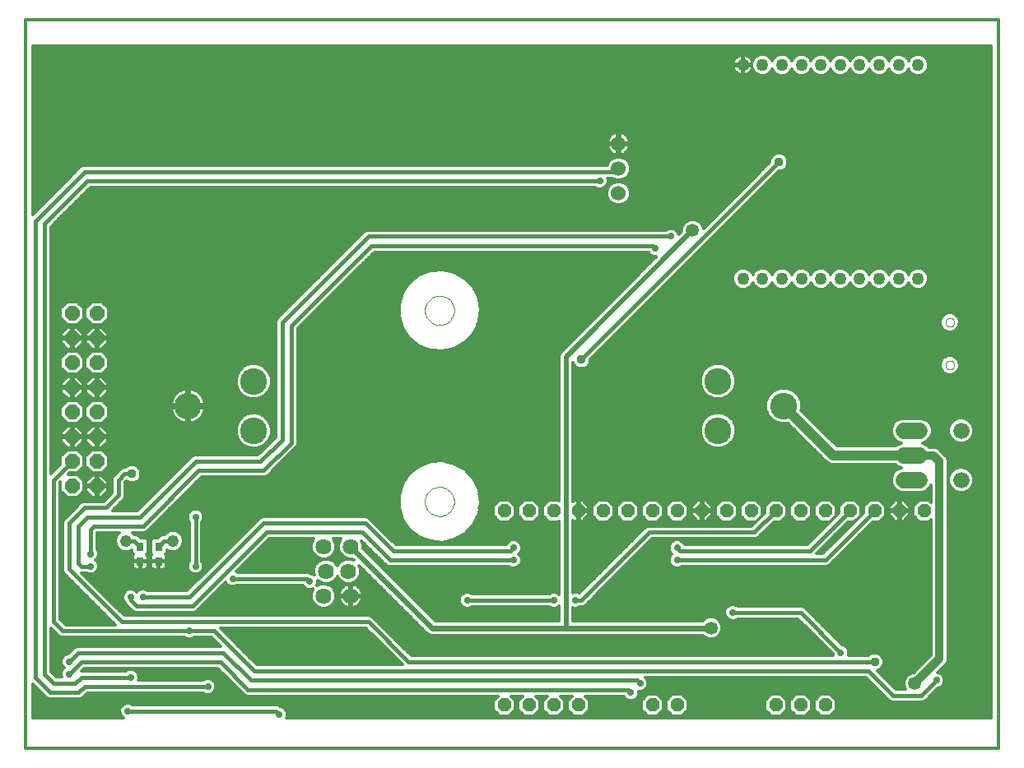
<source format=gbl>
G75*
G70*
%OFA0B0*%
%FSLAX24Y24*%
%IPPOS*%
%LPD*%
%AMOC8*
5,1,8,0,0,1.08239X$1,22.5*
%
%ADD10C,0.0120*%
%ADD11C,0.0480*%
%ADD12C,0.0000*%
%ADD13C,0.0640*%
%ADD14C,0.0500*%
%ADD15C,0.0600*%
%ADD16C,0.1080*%
%ADD17C,0.0650*%
%ADD18C,0.0660*%
%ADD19OC8,0.0591*%
%ADD20OC8,0.0531*%
%ADD21R,0.0315X0.0354*%
%ADD22C,0.0290*%
%ADD23C,0.0160*%
%ADD24C,0.0400*%
%ADD25C,0.0320*%
%ADD26C,0.0531*%
%ADD27C,0.0376*%
%ADD28C,0.0200*%
%ADD29C,0.0240*%
D10*
X002176Y005651D02*
X002176Y035179D01*
X041546Y035179D01*
X041546Y005651D01*
X002176Y005651D01*
X002446Y006879D02*
X002446Y008263D01*
X002956Y007754D01*
X003029Y007681D01*
X003124Y007641D01*
X004353Y007641D01*
X004448Y007681D01*
X004522Y007754D01*
X004659Y007891D01*
X009352Y007891D01*
X009367Y007876D01*
X009486Y007826D01*
X009616Y007826D01*
X009735Y007876D01*
X009827Y007967D01*
X009876Y008086D01*
X009876Y008216D01*
X009827Y008335D01*
X009735Y008427D01*
X009616Y008476D01*
X009486Y008476D01*
X009367Y008427D01*
X009352Y008411D01*
X006730Y008411D01*
X006751Y008461D01*
X006751Y008591D01*
X006702Y008710D01*
X006610Y008802D01*
X006491Y008851D01*
X006361Y008851D01*
X006242Y008802D01*
X006227Y008786D01*
X004429Y008786D01*
X004534Y008891D01*
X009943Y008891D01*
X010956Y007879D01*
X011029Y007806D01*
X011124Y007766D01*
X021286Y007766D01*
X021105Y007586D01*
X021105Y007216D01*
X021366Y006955D01*
X021736Y006955D01*
X021997Y007216D01*
X021997Y007586D01*
X021817Y007766D01*
X022286Y007766D01*
X022105Y007586D01*
X022105Y007216D01*
X022366Y006955D01*
X022736Y006955D01*
X022997Y007216D01*
X022997Y007586D01*
X022817Y007766D01*
X023286Y007766D01*
X023105Y007586D01*
X023105Y007216D01*
X023366Y006955D01*
X023736Y006955D01*
X023997Y007216D01*
X023997Y007586D01*
X023817Y007766D01*
X024286Y007766D01*
X024105Y007586D01*
X024105Y007216D01*
X024366Y006955D01*
X024736Y006955D01*
X024997Y007216D01*
X024997Y007586D01*
X024817Y007766D01*
X026380Y007766D01*
X026401Y007717D01*
X026492Y007626D01*
X026611Y007576D01*
X026741Y007576D01*
X026860Y007626D01*
X026952Y007717D01*
X027001Y007836D01*
X027001Y007951D01*
X027116Y007951D01*
X027235Y008001D01*
X027327Y008092D01*
X027376Y008211D01*
X027376Y008341D01*
X027327Y008460D01*
X027271Y008516D01*
X036193Y008516D01*
X037154Y007556D01*
X037249Y007516D01*
X038478Y007516D01*
X038573Y007556D01*
X038647Y007629D01*
X039094Y008076D01*
X039116Y008076D01*
X039235Y008126D01*
X039327Y008217D01*
X039376Y008336D01*
X039376Y008466D01*
X039327Y008585D01*
X039235Y008677D01*
X039116Y008726D01*
X039107Y008726D01*
X039464Y009084D01*
X039516Y009209D01*
X039516Y017344D01*
X039464Y017469D01*
X039369Y017564D01*
X039119Y017814D01*
X038994Y017866D01*
X038750Y017866D01*
X038662Y017954D01*
X038488Y018026D01*
X038662Y018098D01*
X038804Y018240D01*
X038881Y018426D01*
X038881Y018627D01*
X038804Y018812D01*
X038662Y018954D01*
X038476Y019031D01*
X037626Y019031D01*
X037440Y018954D01*
X037298Y018812D01*
X037222Y018627D01*
X037222Y018426D01*
X037298Y018240D01*
X037440Y018098D01*
X037614Y018026D01*
X037440Y017954D01*
X037392Y017906D01*
X035021Y017906D01*
X033568Y019359D01*
X033579Y019387D01*
X033579Y019673D01*
X033470Y019938D01*
X033267Y020140D01*
X033003Y020250D01*
X032716Y020250D01*
X032452Y020140D01*
X032249Y019938D01*
X032139Y019673D01*
X032139Y019387D01*
X032249Y019122D01*
X032452Y018920D01*
X032716Y018810D01*
X033003Y018810D01*
X033030Y018822D01*
X034541Y017311D01*
X034648Y017204D01*
X034788Y017146D01*
X037392Y017146D01*
X037440Y017098D01*
X037614Y017026D01*
X037440Y016954D01*
X037298Y016812D01*
X037222Y016627D01*
X037222Y016426D01*
X037298Y016240D01*
X037440Y016098D01*
X037626Y016021D01*
X038476Y016021D01*
X038662Y016098D01*
X038804Y016240D01*
X038836Y016318D01*
X038836Y015622D01*
X038736Y015722D01*
X038366Y015722D01*
X038105Y015461D01*
X038105Y015091D01*
X038366Y014830D01*
X038736Y014830D01*
X038836Y014931D01*
X038836Y009417D01*
X038141Y008722D01*
X038087Y008722D01*
X037924Y008654D01*
X037798Y008529D01*
X037730Y008365D01*
X037730Y008187D01*
X037793Y008036D01*
X037409Y008036D01*
X036651Y008794D01*
X036760Y008839D01*
X036863Y008943D01*
X036919Y009078D01*
X036919Y009224D01*
X036863Y009360D01*
X036760Y009463D01*
X036624Y009519D01*
X036478Y009519D01*
X036343Y009463D01*
X036291Y009411D01*
X035480Y009411D01*
X035501Y009461D01*
X035501Y009591D01*
X035452Y009710D01*
X035360Y009802D01*
X035241Y009851D01*
X035219Y009851D01*
X033698Y011372D01*
X033603Y011411D01*
X031001Y011411D01*
X030985Y011427D01*
X030866Y011476D01*
X030736Y011476D01*
X030617Y011427D01*
X030526Y011335D01*
X030476Y011216D01*
X030476Y011086D01*
X030526Y010967D01*
X030617Y010876D01*
X030736Y010826D01*
X030866Y010826D01*
X030985Y010876D01*
X031001Y010891D01*
X033443Y010891D01*
X034851Y009483D01*
X034851Y009461D01*
X034872Y009411D01*
X017784Y009411D01*
X016198Y010997D01*
X016103Y011036D01*
X006159Y011036D01*
X004429Y012766D01*
X004602Y012766D01*
X004617Y012751D01*
X004736Y012701D01*
X004866Y012701D01*
X004985Y012751D01*
X005077Y012842D01*
X005126Y012961D01*
X005126Y013091D01*
X005077Y013210D01*
X005011Y013276D01*
X005077Y013342D01*
X005126Y013461D01*
X005126Y013591D01*
X005077Y013710D01*
X005061Y013726D01*
X005061Y014391D01*
X005975Y014391D01*
X005873Y014289D01*
X005809Y014135D01*
X005809Y013968D01*
X005873Y013813D01*
X005991Y013695D01*
X006145Y013631D01*
X006312Y013631D01*
X006464Y013694D01*
X006464Y013574D01*
X006526Y013512D01*
X006516Y013502D01*
X006495Y013465D01*
X006484Y013424D01*
X006484Y013245D01*
X006782Y013245D01*
X006782Y013207D01*
X006820Y013207D01*
X006820Y012889D01*
X006980Y012889D01*
X007020Y012900D01*
X007057Y012921D01*
X007087Y012951D01*
X007108Y012987D01*
X007119Y013028D01*
X007119Y013207D01*
X006820Y013207D01*
X006820Y013245D01*
X007119Y013245D01*
X007119Y013424D01*
X007108Y013465D01*
X007087Y013502D01*
X007076Y013512D01*
X007139Y013574D01*
X007139Y014078D01*
X007033Y014183D01*
X006812Y014183D01*
X006723Y014272D01*
X006628Y014311D01*
X006563Y014311D01*
X006483Y014391D01*
X006978Y014391D01*
X007073Y014431D01*
X009284Y016641D01*
X011853Y016641D01*
X011948Y016681D01*
X013073Y017806D01*
X013147Y017879D01*
X013186Y017974D01*
X013186Y022668D01*
X016284Y025766D01*
X027380Y025766D01*
X027401Y025717D01*
X027492Y025626D01*
X027611Y025576D01*
X027705Y025576D01*
X023814Y021685D01*
X023771Y021582D01*
X023771Y015687D01*
X023736Y015722D01*
X023366Y015722D01*
X023105Y015461D01*
X023105Y015091D01*
X023366Y014830D01*
X023736Y014830D01*
X023771Y014866D01*
X023771Y011891D01*
X023735Y011927D01*
X023616Y011976D01*
X023486Y011976D01*
X023367Y011927D01*
X023352Y011911D01*
X020251Y011911D01*
X020235Y011927D01*
X020116Y011976D01*
X019986Y011976D01*
X019867Y011927D01*
X019776Y011835D01*
X019726Y011716D01*
X019726Y011586D01*
X019776Y011467D01*
X019867Y011376D01*
X019986Y011326D01*
X020116Y011326D01*
X020235Y011376D01*
X020251Y011391D01*
X023352Y011391D01*
X023367Y011376D01*
X023486Y011326D01*
X023616Y011326D01*
X023735Y011376D01*
X023771Y011412D01*
X023771Y010826D01*
X018753Y010826D01*
X015829Y013750D01*
X015829Y013926D01*
X015772Y014062D01*
X016706Y013129D01*
X016779Y013056D01*
X016874Y013016D01*
X021727Y013016D01*
X021742Y013001D01*
X021861Y012951D01*
X021991Y012951D01*
X022110Y013001D01*
X022202Y013092D01*
X022251Y013211D01*
X022251Y013341D01*
X022202Y013460D01*
X022136Y013526D01*
X022202Y013592D01*
X022251Y013711D01*
X022251Y013841D01*
X022202Y013960D01*
X022110Y014052D01*
X021991Y014101D01*
X021861Y014101D01*
X021742Y014052D01*
X021651Y013960D01*
X021630Y013911D01*
X017159Y013911D01*
X016073Y014997D01*
X015978Y015036D01*
X011749Y015036D01*
X011654Y014997D01*
X011581Y014923D01*
X008693Y012036D01*
X007126Y012036D01*
X007110Y012052D01*
X006991Y012101D01*
X006861Y012101D01*
X006742Y012052D01*
X006676Y011986D01*
X006610Y012052D01*
X006491Y012101D01*
X006361Y012101D01*
X006242Y012052D01*
X006151Y011960D01*
X006101Y011841D01*
X006101Y011711D01*
X006151Y011592D01*
X006182Y011560D01*
X006206Y011504D01*
X006456Y011254D01*
X006529Y011181D01*
X006624Y011141D01*
X008978Y011141D01*
X009073Y011181D01*
X010264Y012371D01*
X010276Y012342D01*
X010367Y012251D01*
X010486Y012201D01*
X010616Y012201D01*
X010735Y012251D01*
X010751Y012266D01*
X013380Y012266D01*
X013401Y012217D01*
X013492Y012126D01*
X013611Y012076D01*
X013741Y012076D01*
X013802Y012101D01*
X013729Y011926D01*
X013729Y011727D01*
X013805Y011543D01*
X013946Y011402D01*
X014129Y011326D01*
X014328Y011326D01*
X014512Y011402D01*
X014653Y011543D01*
X014729Y011727D01*
X014729Y011926D01*
X014653Y012109D01*
X014512Y012250D01*
X014328Y012326D01*
X014129Y012326D01*
X013969Y012260D01*
X014001Y012336D01*
X014001Y012447D01*
X014046Y012402D01*
X014229Y012326D01*
X014428Y012326D01*
X014612Y012402D01*
X014753Y012543D01*
X014779Y012606D01*
X014805Y012543D01*
X014946Y012402D01*
X015129Y012326D01*
X015328Y012326D01*
X015512Y012402D01*
X015653Y012543D01*
X015729Y012727D01*
X015729Y012926D01*
X015675Y013056D01*
X018375Y010356D01*
X018459Y010272D01*
X018569Y010226D01*
X029596Y010226D01*
X029674Y010148D01*
X029837Y010080D01*
X030015Y010080D01*
X030179Y010148D01*
X030304Y010274D01*
X030372Y010437D01*
X030372Y010615D01*
X030304Y010779D01*
X030179Y010904D01*
X030015Y010972D01*
X029837Y010972D01*
X029674Y010904D01*
X029596Y010826D01*
X024331Y010826D01*
X024331Y011339D01*
X024361Y011326D01*
X024491Y011326D01*
X024610Y011376D01*
X024626Y011391D01*
X024728Y011391D01*
X024823Y011431D01*
X027534Y014141D01*
X031728Y014141D01*
X031823Y014181D01*
X032473Y014830D01*
X032736Y014830D01*
X032997Y015091D01*
X032997Y015461D01*
X032736Y015722D01*
X032366Y015722D01*
X032105Y015461D01*
X032105Y015198D01*
X031568Y014661D01*
X027374Y014661D01*
X027279Y014622D01*
X027206Y014548D01*
X024592Y011934D01*
X024491Y011976D01*
X024361Y011976D01*
X024331Y011964D01*
X024331Y014894D01*
X024375Y014850D01*
X024523Y014850D01*
X024523Y015248D01*
X024580Y015248D01*
X024580Y015305D01*
X024977Y015305D01*
X024977Y015452D01*
X024727Y015702D01*
X024580Y015702D01*
X024580Y015305D01*
X024523Y015305D01*
X024523Y015702D01*
X024375Y015702D01*
X024331Y015658D01*
X024331Y021272D01*
X024364Y021193D01*
X024468Y021089D01*
X024603Y021033D01*
X024749Y021033D01*
X024885Y021089D01*
X024988Y021193D01*
X025044Y021328D01*
X025044Y021402D01*
X032676Y029033D01*
X032749Y029033D01*
X032885Y029089D01*
X032988Y029193D01*
X033044Y029328D01*
X033044Y029474D01*
X032988Y029610D01*
X032885Y029713D01*
X032749Y029769D01*
X032603Y029769D01*
X032468Y029713D01*
X032364Y029610D01*
X032308Y029474D01*
X032308Y029401D01*
X029622Y026715D01*
X029622Y026740D01*
X029554Y026904D01*
X029429Y027029D01*
X029265Y027097D01*
X029087Y027097D01*
X028924Y027029D01*
X028798Y026904D01*
X028730Y026740D01*
X028730Y026601D01*
X028617Y026488D01*
X028577Y026585D01*
X028485Y026677D01*
X028366Y026726D01*
X028236Y026726D01*
X028117Y026677D01*
X028102Y026661D01*
X015999Y026661D01*
X015904Y026622D01*
X015831Y026548D01*
X012331Y023048D01*
X012291Y022953D01*
X012291Y018259D01*
X011568Y017536D01*
X008999Y017536D01*
X008904Y017497D01*
X006693Y015286D01*
X005679Y015286D01*
X006147Y015754D01*
X006186Y015849D01*
X006186Y016418D01*
X006246Y016478D01*
X006268Y016457D01*
X006403Y016401D01*
X006549Y016401D01*
X006685Y016457D01*
X006788Y016561D01*
X006844Y016696D01*
X006844Y016842D01*
X006788Y016978D01*
X006685Y017081D01*
X006549Y017137D01*
X006403Y017137D01*
X006268Y017081D01*
X006223Y017036D01*
X006124Y017036D01*
X006029Y016997D01*
X005779Y016747D01*
X005779Y016747D01*
X005706Y016673D01*
X005666Y016578D01*
X005666Y016009D01*
X005318Y015661D01*
X004499Y015661D01*
X004404Y015622D01*
X003779Y014997D01*
X003706Y014923D01*
X003666Y014828D01*
X003666Y012849D01*
X003706Y012754D01*
X005798Y010661D01*
X003784Y010661D01*
X003561Y010884D01*
X003561Y016418D01*
X003576Y016433D01*
X003576Y016079D01*
X003561Y016079D01*
X003576Y016079D02*
X003854Y015801D01*
X004248Y015801D01*
X004526Y016079D01*
X004604Y016079D01*
X004596Y016088D02*
X004863Y015821D01*
X005013Y015821D01*
X005013Y016238D01*
X004596Y016238D01*
X004596Y016088D01*
X004526Y016079D02*
X004526Y016473D01*
X004248Y016751D01*
X003894Y016751D01*
X003944Y016801D01*
X004248Y016801D01*
X004526Y017079D01*
X004526Y017473D01*
X004248Y017751D01*
X003854Y017751D01*
X003576Y017473D01*
X003576Y017169D01*
X003186Y016779D01*
X003186Y026793D01*
X004784Y028391D01*
X025227Y028391D01*
X025242Y028376D01*
X025361Y028326D01*
X025491Y028326D01*
X025610Y028376D01*
X025702Y028467D01*
X025751Y028586D01*
X025751Y028716D01*
X025730Y028766D01*
X025882Y028766D01*
X025904Y028744D01*
X026081Y028671D01*
X026272Y028671D01*
X026448Y028744D01*
X026583Y028879D01*
X026656Y029056D01*
X026656Y029247D01*
X026583Y029423D01*
X026448Y029558D01*
X026272Y029631D01*
X026081Y029631D01*
X025904Y029558D01*
X025769Y029423D01*
X025712Y029286D01*
X004499Y029286D01*
X004404Y029247D01*
X004331Y029173D01*
X002446Y027289D01*
X002446Y034129D01*
X041276Y034129D01*
X041276Y006879D01*
X012717Y006879D01*
X012751Y006961D01*
X012751Y007091D01*
X012702Y007210D01*
X012610Y007302D01*
X012491Y007351D01*
X012469Y007351D01*
X012448Y007372D01*
X012353Y007411D01*
X006501Y007411D01*
X006485Y007427D01*
X006366Y007476D01*
X006236Y007476D01*
X006117Y007427D01*
X006026Y007335D01*
X005976Y007216D01*
X005976Y007086D01*
X006026Y006967D01*
X006114Y006879D01*
X002446Y006879D01*
X002446Y006955D02*
X006038Y006955D01*
X005982Y007073D02*
X002446Y007073D01*
X002446Y007192D02*
X005976Y007192D01*
X006015Y007310D02*
X002446Y007310D01*
X002446Y007429D02*
X006122Y007429D01*
X006480Y007429D02*
X021105Y007429D01*
X021105Y007547D02*
X002446Y007547D01*
X002446Y007666D02*
X003065Y007666D01*
X002956Y007754D02*
X002956Y007754D01*
X002925Y007784D02*
X002446Y007784D01*
X002446Y007903D02*
X002807Y007903D01*
X002688Y008021D02*
X002446Y008021D01*
X002446Y008140D02*
X002570Y008140D01*
X002451Y008258D02*
X002446Y008258D01*
X003186Y008759D02*
X003186Y010523D01*
X003456Y010254D01*
X003529Y010181D01*
X003624Y010141D01*
X008602Y010141D01*
X008617Y010126D01*
X008736Y010076D01*
X008866Y010076D01*
X008985Y010126D01*
X009001Y010141D01*
X009693Y010141D01*
X010048Y009786D01*
X004249Y009786D01*
X004154Y009747D01*
X004081Y009673D01*
X003883Y009476D01*
X003861Y009476D01*
X003742Y009427D01*
X003651Y009335D01*
X003601Y009216D01*
X003601Y009086D01*
X003651Y008967D01*
X003717Y008901D01*
X003651Y008835D01*
X003601Y008716D01*
X003601Y008586D01*
X003622Y008536D01*
X003409Y008536D01*
X003186Y008759D01*
X003213Y008732D02*
X003608Y008732D01*
X003601Y008614D02*
X003331Y008614D01*
X003186Y008851D02*
X003666Y008851D01*
X003650Y008969D02*
X003186Y008969D01*
X003186Y009088D02*
X003601Y009088D01*
X003601Y009206D02*
X003186Y009206D01*
X003186Y009325D02*
X003646Y009325D01*
X003782Y009443D02*
X003186Y009443D01*
X003186Y009562D02*
X003969Y009562D01*
X004087Y009680D02*
X003186Y009680D01*
X003186Y009799D02*
X010036Y009799D01*
X009917Y009917D02*
X003186Y009917D01*
X003186Y010036D02*
X009799Y010036D01*
X010179Y010391D02*
X016068Y010391D01*
X015950Y010510D02*
X010060Y010510D01*
X010054Y010516D02*
X015943Y010516D01*
X017423Y009036D01*
X011534Y009036D01*
X010054Y010516D01*
X010297Y010273D02*
X016187Y010273D01*
X016305Y010154D02*
X010416Y010154D01*
X010534Y010036D02*
X016424Y010036D01*
X016542Y009917D02*
X010653Y009917D01*
X010771Y009799D02*
X016661Y009799D01*
X016779Y009680D02*
X010890Y009680D01*
X011008Y009562D02*
X016898Y009562D01*
X017016Y009443D02*
X011127Y009443D01*
X011245Y009325D02*
X017135Y009325D01*
X017253Y009206D02*
X011364Y009206D01*
X011482Y009088D02*
X017372Y009088D01*
X017752Y009443D02*
X034859Y009443D01*
X034773Y009562D02*
X017633Y009562D01*
X017515Y009680D02*
X034654Y009680D01*
X034536Y009799D02*
X017396Y009799D01*
X017278Y009917D02*
X034417Y009917D01*
X034299Y010036D02*
X017159Y010036D01*
X017041Y010154D02*
X029668Y010154D01*
X030185Y010154D02*
X034180Y010154D01*
X034062Y010273D02*
X030303Y010273D01*
X030353Y010391D02*
X033943Y010391D01*
X033825Y010510D02*
X030372Y010510D01*
X030366Y010628D02*
X033706Y010628D01*
X033588Y010747D02*
X030317Y010747D01*
X030217Y010865D02*
X030642Y010865D01*
X030519Y010984D02*
X024331Y010984D01*
X024331Y011102D02*
X030476Y011102D01*
X030478Y011221D02*
X024331Y011221D01*
X024522Y011339D02*
X030530Y011339D01*
X030692Y011458D02*
X024850Y011458D01*
X024969Y011576D02*
X038836Y011576D01*
X038836Y011458D02*
X030910Y011458D01*
X030960Y010865D02*
X033469Y010865D01*
X033849Y011221D02*
X038836Y011221D01*
X038836Y011339D02*
X033731Y011339D01*
X033968Y011102D02*
X038836Y011102D01*
X038836Y010984D02*
X034086Y010984D01*
X034205Y010865D02*
X038836Y010865D01*
X038836Y010747D02*
X034323Y010747D01*
X034442Y010628D02*
X038836Y010628D01*
X038836Y010510D02*
X034560Y010510D01*
X034679Y010391D02*
X038836Y010391D01*
X038836Y010273D02*
X034797Y010273D01*
X034916Y010154D02*
X038836Y010154D01*
X038836Y010036D02*
X035034Y010036D01*
X035153Y009917D02*
X038836Y009917D01*
X038836Y009799D02*
X035363Y009799D01*
X035464Y009680D02*
X038836Y009680D01*
X038836Y009562D02*
X035501Y009562D01*
X035494Y009443D02*
X036323Y009443D01*
X036780Y009443D02*
X038836Y009443D01*
X038744Y009325D02*
X036878Y009325D01*
X036919Y009206D02*
X038625Y009206D01*
X038507Y009088D02*
X036919Y009088D01*
X036874Y008969D02*
X038388Y008969D01*
X038270Y008851D02*
X036771Y008851D01*
X036713Y008732D02*
X038151Y008732D01*
X037883Y008614D02*
X036831Y008614D01*
X036950Y008495D02*
X037784Y008495D01*
X037735Y008377D02*
X037068Y008377D01*
X037187Y008258D02*
X037730Y008258D01*
X037750Y008140D02*
X037305Y008140D01*
X036925Y007784D02*
X034799Y007784D01*
X034736Y007847D02*
X034366Y007847D01*
X034105Y007586D01*
X034105Y007216D01*
X034366Y006955D01*
X034736Y006955D01*
X034997Y007216D01*
X034997Y007586D01*
X034736Y007847D01*
X034917Y007666D02*
X037044Y007666D01*
X037175Y007547D02*
X034997Y007547D01*
X034997Y007429D02*
X041276Y007429D01*
X041276Y007547D02*
X038553Y007547D01*
X038647Y007629D02*
X038647Y007629D01*
X038683Y007666D02*
X041276Y007666D01*
X041276Y007784D02*
X038802Y007784D01*
X038920Y007903D02*
X041276Y007903D01*
X041276Y008021D02*
X039039Y008021D01*
X039249Y008140D02*
X041276Y008140D01*
X041276Y008258D02*
X039344Y008258D01*
X039376Y008377D02*
X041276Y008377D01*
X041276Y008495D02*
X039364Y008495D01*
X039298Y008614D02*
X041276Y008614D01*
X041276Y008732D02*
X039113Y008732D01*
X039231Y008851D02*
X041276Y008851D01*
X041276Y008969D02*
X039350Y008969D01*
X039466Y009088D02*
X041276Y009088D01*
X041276Y009206D02*
X039515Y009206D01*
X039516Y009325D02*
X041276Y009325D01*
X041276Y009443D02*
X039516Y009443D01*
X039516Y009562D02*
X041276Y009562D01*
X041276Y009680D02*
X039516Y009680D01*
X039516Y009799D02*
X041276Y009799D01*
X041276Y009917D02*
X039516Y009917D01*
X039516Y010036D02*
X041276Y010036D01*
X041276Y010154D02*
X039516Y010154D01*
X039516Y010273D02*
X041276Y010273D01*
X041276Y010391D02*
X039516Y010391D01*
X039516Y010510D02*
X041276Y010510D01*
X041276Y010628D02*
X039516Y010628D01*
X039516Y010747D02*
X041276Y010747D01*
X041276Y010865D02*
X039516Y010865D01*
X039516Y010984D02*
X041276Y010984D01*
X041276Y011102D02*
X039516Y011102D01*
X039516Y011221D02*
X041276Y011221D01*
X041276Y011339D02*
X039516Y011339D01*
X039516Y011458D02*
X041276Y011458D01*
X041276Y011576D02*
X039516Y011576D01*
X039516Y011695D02*
X041276Y011695D01*
X041276Y011813D02*
X039516Y011813D01*
X039516Y011932D02*
X041276Y011932D01*
X041276Y012050D02*
X039516Y012050D01*
X039516Y012169D02*
X041276Y012169D01*
X041276Y012287D02*
X039516Y012287D01*
X039516Y012406D02*
X041276Y012406D01*
X041276Y012524D02*
X039516Y012524D01*
X039516Y012643D02*
X041276Y012643D01*
X041276Y012761D02*
X039516Y012761D01*
X039516Y012880D02*
X041276Y012880D01*
X041276Y012998D02*
X039516Y012998D01*
X039516Y013117D02*
X041276Y013117D01*
X041276Y013235D02*
X039516Y013235D01*
X039516Y013354D02*
X041276Y013354D01*
X041276Y013472D02*
X039516Y013472D01*
X039516Y013591D02*
X041276Y013591D01*
X041276Y013709D02*
X039516Y013709D01*
X039516Y013828D02*
X041276Y013828D01*
X041276Y013946D02*
X039516Y013946D01*
X039516Y014065D02*
X041276Y014065D01*
X041276Y014183D02*
X039516Y014183D01*
X039516Y014302D02*
X041276Y014302D01*
X041276Y014420D02*
X039516Y014420D01*
X039516Y014539D02*
X041276Y014539D01*
X041276Y014657D02*
X039516Y014657D01*
X039516Y014776D02*
X041276Y014776D01*
X041276Y014894D02*
X039516Y014894D01*
X039516Y015013D02*
X041276Y015013D01*
X041276Y015131D02*
X039516Y015131D01*
X039516Y015250D02*
X041276Y015250D01*
X041276Y015368D02*
X039516Y015368D01*
X039516Y015487D02*
X041276Y015487D01*
X041276Y015605D02*
X039516Y015605D01*
X039516Y015724D02*
X041276Y015724D01*
X041276Y015842D02*
X039516Y015842D01*
X039516Y015961D02*
X041276Y015961D01*
X041276Y016079D02*
X040305Y016079D01*
X040340Y016094D02*
X040483Y016237D01*
X040561Y016425D01*
X040561Y016628D01*
X040483Y016815D01*
X040340Y016958D01*
X040153Y017036D01*
X039950Y017036D01*
X039762Y016958D01*
X039619Y016815D01*
X039541Y016628D01*
X039541Y016425D01*
X039619Y016237D01*
X039762Y016094D01*
X039950Y016016D01*
X040153Y016016D01*
X040340Y016094D01*
X040444Y016198D02*
X041276Y016198D01*
X041276Y016316D02*
X040516Y016316D01*
X040561Y016435D02*
X041276Y016435D01*
X041276Y016553D02*
X040561Y016553D01*
X040543Y016672D02*
X041276Y016672D01*
X041276Y016790D02*
X040494Y016790D01*
X040390Y016909D02*
X041276Y016909D01*
X041276Y017027D02*
X040174Y017027D01*
X039928Y017027D02*
X039516Y017027D01*
X039516Y016909D02*
X039712Y016909D01*
X039608Y016790D02*
X039516Y016790D01*
X039516Y016672D02*
X039559Y016672D01*
X039541Y016553D02*
X039516Y016553D01*
X039516Y016435D02*
X039541Y016435D01*
X039516Y016316D02*
X039586Y016316D01*
X039516Y016198D02*
X039658Y016198D01*
X039798Y016079D02*
X039516Y016079D01*
X038836Y016079D02*
X038616Y016079D01*
X038761Y016198D02*
X038836Y016198D01*
X038835Y016316D02*
X038836Y016316D01*
X038836Y015961D02*
X024331Y015961D01*
X024331Y016079D02*
X037486Y016079D01*
X037341Y016198D02*
X024331Y016198D01*
X024331Y016316D02*
X037267Y016316D01*
X037222Y016435D02*
X024331Y016435D01*
X024331Y016553D02*
X037222Y016553D01*
X037240Y016672D02*
X024331Y016672D01*
X024331Y016790D02*
X037289Y016790D01*
X037395Y016909D02*
X024331Y016909D01*
X024331Y017027D02*
X037612Y017027D01*
X037393Y017146D02*
X024331Y017146D01*
X024331Y017264D02*
X034588Y017264D01*
X034469Y017383D02*
X024331Y017383D01*
X024331Y017501D02*
X034351Y017501D01*
X034232Y017620D02*
X024331Y017620D01*
X024331Y017738D02*
X034114Y017738D01*
X033995Y017857D02*
X030458Y017857D01*
X030346Y017810D02*
X030611Y017920D01*
X030813Y018122D01*
X030923Y018387D01*
X030923Y018673D01*
X030813Y018938D01*
X030611Y019140D01*
X030346Y019250D01*
X030059Y019250D01*
X029795Y019140D01*
X029592Y018938D01*
X029483Y018673D01*
X029483Y018387D01*
X029592Y018122D01*
X029795Y017920D01*
X030059Y017810D01*
X030346Y017810D01*
X030666Y017975D02*
X033877Y017975D01*
X033758Y018094D02*
X030785Y018094D01*
X030850Y018212D02*
X033640Y018212D01*
X033521Y018331D02*
X030899Y018331D01*
X030923Y018449D02*
X033403Y018449D01*
X033284Y018568D02*
X030923Y018568D01*
X030917Y018686D02*
X033166Y018686D01*
X033047Y018805D02*
X030868Y018805D01*
X030819Y018923D02*
X032448Y018923D01*
X032330Y019042D02*
X030709Y019042D01*
X030563Y019160D02*
X032233Y019160D01*
X032184Y019279D02*
X024331Y019279D01*
X024331Y019397D02*
X032139Y019397D01*
X032139Y019516D02*
X024331Y019516D01*
X024331Y019634D02*
X032139Y019634D01*
X032172Y019753D02*
X024331Y019753D01*
X024331Y019871D02*
X029912Y019871D01*
X029795Y019920D02*
X030059Y019810D01*
X030346Y019810D01*
X030611Y019920D01*
X030813Y020122D01*
X030923Y020387D01*
X030923Y020673D01*
X030813Y020938D01*
X030611Y021140D01*
X030346Y021250D01*
X030059Y021250D01*
X029795Y021140D01*
X029592Y020938D01*
X029483Y020673D01*
X029483Y020387D01*
X029592Y020122D01*
X029795Y019920D01*
X029725Y019990D02*
X024331Y019990D01*
X024331Y020108D02*
X029606Y020108D01*
X029549Y020227D02*
X024331Y020227D01*
X024331Y020345D02*
X029500Y020345D01*
X029483Y020464D02*
X024331Y020464D01*
X024331Y020582D02*
X029483Y020582D01*
X029494Y020701D02*
X024331Y020701D01*
X024331Y020819D02*
X029543Y020819D01*
X029592Y020938D02*
X024331Y020938D01*
X024331Y021056D02*
X024547Y021056D01*
X024382Y021175D02*
X024331Y021175D01*
X023771Y021175D02*
X013186Y021175D01*
X013186Y021293D02*
X023771Y021293D01*
X023771Y021412D02*
X013186Y021412D01*
X013186Y021530D02*
X023771Y021530D01*
X023799Y021649D02*
X013186Y021649D01*
X013186Y021767D02*
X018765Y021767D01*
X018557Y021783D02*
X019050Y021746D01*
X019050Y021746D01*
X019533Y021856D01*
X019961Y022103D01*
X019961Y022103D01*
X020298Y022466D01*
X020512Y022912D01*
X020586Y023401D01*
X020512Y023890D01*
X020512Y023890D01*
X020298Y024336D01*
X020298Y024336D01*
X019961Y024699D01*
X019533Y024946D01*
X019050Y025056D01*
X018557Y025020D01*
X018096Y024839D01*
X017709Y024530D01*
X017431Y024121D01*
X017285Y023649D01*
X017285Y023154D01*
X017431Y022681D01*
X017709Y022272D01*
X017709Y022272D01*
X017709Y022272D01*
X018096Y021964D01*
X018557Y021783D01*
X018557Y021783D01*
X018295Y021886D02*
X013186Y021886D01*
X013186Y022004D02*
X018045Y022004D01*
X018096Y021964D02*
X018096Y021964D01*
X017897Y022123D02*
X013186Y022123D01*
X013186Y022241D02*
X017748Y022241D01*
X017650Y022360D02*
X013186Y022360D01*
X013186Y022478D02*
X017569Y022478D01*
X017488Y022597D02*
X013186Y022597D01*
X013233Y022715D02*
X017420Y022715D01*
X017431Y022681D02*
X017431Y022681D01*
X017383Y022834D02*
X013351Y022834D01*
X013470Y022952D02*
X017347Y022952D01*
X017310Y023071D02*
X013588Y023071D01*
X013707Y023189D02*
X017285Y023189D01*
X017285Y023308D02*
X013825Y023308D01*
X013944Y023426D02*
X017285Y023426D01*
X017285Y023545D02*
X014062Y023545D01*
X014181Y023663D02*
X017289Y023663D01*
X017326Y023782D02*
X014299Y023782D01*
X014418Y023900D02*
X017362Y023900D01*
X017399Y024019D02*
X014536Y024019D01*
X014655Y024137D02*
X017441Y024137D01*
X017431Y024121D02*
X017431Y024121D01*
X017522Y024256D02*
X014773Y024256D01*
X014892Y024374D02*
X017603Y024374D01*
X017684Y024493D02*
X015010Y024493D01*
X015129Y024611D02*
X017811Y024611D01*
X017709Y024530D02*
X017709Y024530D01*
X017709Y024530D01*
X017959Y024730D02*
X015247Y024730D01*
X015366Y024848D02*
X018120Y024848D01*
X018422Y024967D02*
X015484Y024967D01*
X015603Y025085D02*
X027214Y025085D01*
X027096Y024967D02*
X019444Y024967D01*
X019703Y024848D02*
X026977Y024848D01*
X026859Y024730D02*
X019908Y024730D01*
X019961Y024699D02*
X019961Y024699D01*
X020043Y024611D02*
X026740Y024611D01*
X026622Y024493D02*
X020153Y024493D01*
X020262Y024374D02*
X026503Y024374D01*
X026385Y024256D02*
X020336Y024256D01*
X020394Y024137D02*
X026266Y024137D01*
X026148Y024019D02*
X020451Y024019D01*
X020508Y023900D02*
X026029Y023900D01*
X025911Y023782D02*
X020529Y023782D01*
X020547Y023663D02*
X025792Y023663D01*
X025674Y023545D02*
X020564Y023545D01*
X020582Y023426D02*
X025555Y023426D01*
X025437Y023308D02*
X020572Y023308D01*
X020554Y023189D02*
X025318Y023189D01*
X025200Y023071D02*
X020536Y023071D01*
X020518Y022952D02*
X025081Y022952D01*
X024963Y022834D02*
X020475Y022834D01*
X020512Y022912D02*
X020512Y022912D01*
X020418Y022715D02*
X024844Y022715D01*
X024726Y022597D02*
X020361Y022597D01*
X020304Y022478D02*
X024607Y022478D01*
X024489Y022360D02*
X020199Y022360D01*
X020298Y022466D02*
X020298Y022466D01*
X020089Y022241D02*
X024370Y022241D01*
X024252Y022123D02*
X019979Y022123D01*
X019789Y022004D02*
X024133Y022004D01*
X024015Y021886D02*
X019584Y021886D01*
X019533Y021856D02*
X019533Y021856D01*
X019144Y021767D02*
X023896Y021767D01*
X023771Y021056D02*
X013186Y021056D01*
X013186Y020938D02*
X023771Y020938D01*
X023771Y020819D02*
X013186Y020819D01*
X013186Y020701D02*
X023771Y020701D01*
X023771Y020582D02*
X013186Y020582D01*
X013186Y020464D02*
X023771Y020464D01*
X023771Y020345D02*
X013186Y020345D01*
X013186Y020227D02*
X023771Y020227D01*
X023771Y020108D02*
X013186Y020108D01*
X013186Y019990D02*
X023771Y019990D01*
X023771Y019871D02*
X013186Y019871D01*
X013186Y019753D02*
X023771Y019753D01*
X023771Y019634D02*
X013186Y019634D01*
X013186Y019516D02*
X023771Y019516D01*
X023771Y019397D02*
X013186Y019397D01*
X013186Y019279D02*
X023771Y019279D01*
X023771Y019160D02*
X013186Y019160D01*
X013186Y019042D02*
X023771Y019042D01*
X023771Y018923D02*
X013186Y018923D01*
X013186Y018805D02*
X023771Y018805D01*
X023771Y018686D02*
X013186Y018686D01*
X013186Y018568D02*
X023771Y018568D01*
X023771Y018449D02*
X013186Y018449D01*
X013186Y018331D02*
X023771Y018331D01*
X023771Y018212D02*
X013186Y018212D01*
X013186Y018094D02*
X023771Y018094D01*
X023771Y017975D02*
X013186Y017975D01*
X013124Y017857D02*
X023771Y017857D01*
X023771Y017738D02*
X013006Y017738D01*
X012887Y017620D02*
X023771Y017620D01*
X023771Y017501D02*
X012769Y017501D01*
X012650Y017383D02*
X023771Y017383D01*
X023771Y017264D02*
X019236Y017264D01*
X019050Y017306D02*
X019050Y017306D01*
X018557Y017270D01*
X018096Y017089D01*
X017709Y016780D01*
X017431Y016371D01*
X017285Y015899D01*
X017285Y015404D01*
X017431Y014931D01*
X017709Y014522D01*
X017709Y014522D01*
X017709Y014522D01*
X018096Y014214D01*
X018557Y014033D01*
X019050Y013996D01*
X019050Y013996D01*
X019533Y014106D01*
X019961Y014353D01*
X019961Y014353D01*
X020298Y014716D01*
X020512Y015162D01*
X020586Y015651D01*
X020512Y016140D01*
X020512Y016140D01*
X020298Y016586D01*
X020298Y016586D01*
X019961Y016949D01*
X019533Y017196D01*
X019050Y017306D01*
X018557Y017270D02*
X018557Y017270D01*
X018543Y017264D02*
X012532Y017264D01*
X012413Y017146D02*
X018241Y017146D01*
X018096Y017089D02*
X018096Y017089D01*
X018019Y017027D02*
X012295Y017027D01*
X012176Y016909D02*
X017870Y016909D01*
X017722Y016790D02*
X012058Y016790D01*
X011927Y016672D02*
X017635Y016672D01*
X017709Y016780D02*
X017709Y016780D01*
X017709Y016780D01*
X017554Y016553D02*
X009196Y016553D01*
X009077Y016435D02*
X017474Y016435D01*
X017431Y016371D02*
X017431Y016371D01*
X017413Y016316D02*
X008959Y016316D01*
X008840Y016198D02*
X017377Y016198D01*
X017340Y016079D02*
X008722Y016079D01*
X008603Y015961D02*
X017304Y015961D01*
X017285Y015842D02*
X008485Y015842D01*
X008366Y015724D02*
X017285Y015724D01*
X017285Y015605D02*
X008248Y015605D01*
X008129Y015487D02*
X017285Y015487D01*
X017296Y015368D02*
X008011Y015368D01*
X007892Y015250D02*
X008815Y015250D01*
X008776Y015210D02*
X008726Y015091D01*
X008726Y014961D01*
X008776Y014842D01*
X008791Y014827D01*
X008791Y013226D01*
X008776Y013210D01*
X008726Y013091D01*
X008726Y012961D01*
X008776Y012842D01*
X008867Y012751D01*
X008986Y012701D01*
X009116Y012701D01*
X009235Y012751D01*
X009327Y012842D01*
X009376Y012961D01*
X009376Y013091D01*
X009327Y013210D01*
X009311Y013226D01*
X009311Y014827D01*
X009327Y014842D01*
X009376Y014961D01*
X009376Y015091D01*
X009327Y015210D01*
X009235Y015302D01*
X009116Y015351D01*
X008986Y015351D01*
X008867Y015302D01*
X008776Y015210D01*
X008743Y015131D02*
X007774Y015131D01*
X007655Y015013D02*
X008726Y015013D01*
X008754Y014894D02*
X007537Y014894D01*
X007418Y014776D02*
X008791Y014776D01*
X008791Y014657D02*
X007300Y014657D01*
X007181Y014539D02*
X008791Y014539D01*
X008791Y014420D02*
X008336Y014420D01*
X008367Y014407D02*
X008212Y014471D01*
X008045Y014471D01*
X007891Y014407D01*
X007795Y014311D01*
X007724Y014311D01*
X007629Y014272D01*
X007541Y014183D01*
X007319Y014183D01*
X007033Y014183D01*
X007139Y014065D02*
X007214Y014065D01*
X007214Y014078D02*
X007214Y013574D01*
X007276Y013512D01*
X007266Y013502D01*
X007245Y013465D01*
X007234Y013424D01*
X007234Y013245D01*
X007532Y013245D01*
X007532Y013207D01*
X007570Y013207D01*
X007570Y012889D01*
X007730Y012889D01*
X007770Y012900D01*
X007807Y012921D01*
X007837Y012951D01*
X007858Y012987D01*
X007869Y013028D01*
X007869Y013207D01*
X007570Y013207D01*
X007570Y013245D01*
X007869Y013245D01*
X007869Y013424D01*
X007858Y013465D01*
X007837Y013502D01*
X007826Y013512D01*
X007889Y013574D01*
X007889Y013697D01*
X007891Y013695D01*
X008045Y013631D01*
X008212Y013631D01*
X008367Y013695D01*
X008485Y013813D01*
X008549Y013968D01*
X008549Y014135D01*
X008485Y014289D01*
X008367Y014407D01*
X008472Y014302D02*
X008791Y014302D01*
X008791Y014183D02*
X008529Y014183D01*
X008549Y014065D02*
X008791Y014065D01*
X008791Y013946D02*
X008540Y013946D01*
X008491Y013828D02*
X008791Y013828D01*
X008791Y013709D02*
X008381Y013709D01*
X008791Y013591D02*
X007889Y013591D01*
X007854Y013472D02*
X008791Y013472D01*
X008791Y013354D02*
X007869Y013354D01*
X007869Y013117D02*
X008737Y013117D01*
X008726Y012998D02*
X007861Y012998D01*
X007570Y012998D02*
X007532Y012998D01*
X007532Y012889D02*
X007532Y013207D01*
X007234Y013207D01*
X007234Y013028D01*
X007245Y012987D01*
X007266Y012951D01*
X007295Y012921D01*
X007332Y012900D01*
X007373Y012889D01*
X007532Y012889D01*
X007532Y013117D02*
X007570Y013117D01*
X007570Y013235D02*
X008791Y013235D01*
X008760Y012880D02*
X005092Y012880D01*
X005126Y012998D02*
X006492Y012998D01*
X006495Y012987D02*
X006516Y012951D01*
X006545Y012921D01*
X006582Y012900D01*
X006623Y012889D01*
X006782Y012889D01*
X006782Y013207D01*
X006484Y013207D01*
X006484Y013028D01*
X006495Y012987D01*
X006484Y013117D02*
X005115Y013117D01*
X005052Y013235D02*
X006782Y013235D01*
X006820Y013235D02*
X007532Y013235D01*
X007234Y013117D02*
X007119Y013117D01*
X007111Y012998D02*
X007242Y012998D01*
X007234Y013354D02*
X007119Y013354D01*
X007104Y013472D02*
X007249Y013472D01*
X007214Y013591D02*
X007139Y013591D01*
X007139Y013709D02*
X007214Y013709D01*
X007214Y013828D02*
X007139Y013828D01*
X007139Y013946D02*
X007214Y013946D01*
X007214Y014078D02*
X007319Y014183D01*
X007048Y014420D02*
X007922Y014420D01*
X007702Y014302D02*
X006651Y014302D01*
X006464Y013591D02*
X005126Y013591D01*
X005126Y013472D02*
X006499Y013472D01*
X006484Y013354D02*
X005081Y013354D01*
X005077Y013709D02*
X005977Y013709D01*
X005867Y013828D02*
X005061Y013828D01*
X005061Y013946D02*
X005818Y013946D01*
X005809Y014065D02*
X005061Y014065D01*
X005061Y014183D02*
X005829Y014183D01*
X005885Y014302D02*
X005061Y014302D01*
X005761Y015368D02*
X006775Y015368D01*
X006894Y015487D02*
X005879Y015487D01*
X005998Y015605D02*
X007012Y015605D01*
X007131Y015724D02*
X006116Y015724D01*
X006183Y015842D02*
X007249Y015842D01*
X007368Y015961D02*
X006186Y015961D01*
X006186Y016079D02*
X007486Y016079D01*
X007605Y016198D02*
X006186Y016198D01*
X006186Y016316D02*
X007723Y016316D01*
X007842Y016435D02*
X006631Y016435D01*
X006781Y016553D02*
X007960Y016553D01*
X008079Y016672D02*
X006834Y016672D01*
X006844Y016790D02*
X008197Y016790D01*
X008316Y016909D02*
X006817Y016909D01*
X006739Y017027D02*
X008434Y017027D01*
X008553Y017146D02*
X005526Y017146D01*
X005526Y017079D02*
X005248Y016801D01*
X004854Y016801D01*
X004576Y017079D01*
X004576Y017473D01*
X004854Y017751D01*
X005248Y017751D01*
X005526Y017473D01*
X005526Y017079D01*
X005474Y017027D02*
X006103Y017027D01*
X005941Y016909D02*
X005356Y016909D01*
X005240Y016731D02*
X005090Y016731D01*
X005090Y016315D01*
X005506Y016315D01*
X005506Y016465D01*
X005240Y016731D01*
X005299Y016672D02*
X005705Y016672D01*
X005666Y016553D02*
X005418Y016553D01*
X005506Y016435D02*
X005666Y016435D01*
X005666Y016316D02*
X005506Y016316D01*
X005506Y016238D02*
X005090Y016238D01*
X005090Y016315D01*
X005013Y016315D01*
X005013Y016731D01*
X004863Y016731D01*
X004596Y016465D01*
X004596Y016315D01*
X005013Y016315D01*
X005013Y016238D01*
X005090Y016238D01*
X005090Y015821D01*
X005240Y015821D01*
X005506Y016088D01*
X005506Y016238D01*
X005506Y016198D02*
X005666Y016198D01*
X005666Y016079D02*
X005498Y016079D01*
X005380Y015961D02*
X005618Y015961D01*
X005499Y015842D02*
X005261Y015842D01*
X005381Y015724D02*
X003561Y015724D01*
X003561Y015842D02*
X003813Y015842D01*
X003694Y015961D02*
X003561Y015961D01*
X003561Y016198D02*
X003576Y016198D01*
X003561Y016316D02*
X003576Y016316D01*
X003933Y016790D02*
X005822Y016790D01*
X006202Y016435D02*
X006322Y016435D01*
X005526Y017264D02*
X008671Y017264D01*
X008790Y017383D02*
X005526Y017383D01*
X005498Y017501D02*
X008915Y017501D01*
X008803Y018824D02*
X008880Y018834D01*
X008968Y018858D01*
X009053Y018893D01*
X009133Y018939D01*
X009205Y018995D01*
X009270Y019060D01*
X009326Y019132D01*
X009372Y019212D01*
X009407Y019297D01*
X009431Y019385D01*
X009441Y019462D01*
X008803Y019462D01*
X008803Y018824D01*
X008803Y018923D02*
X008683Y018923D01*
X008683Y018824D02*
X008683Y019462D01*
X008803Y019462D01*
X008803Y019582D01*
X009441Y019582D01*
X009431Y019659D01*
X009407Y019748D01*
X009372Y019832D01*
X009326Y019912D01*
X009270Y019985D01*
X009205Y020050D01*
X009133Y020105D01*
X009053Y020151D01*
X008968Y020186D01*
X008880Y020210D01*
X008803Y020220D01*
X008803Y019582D01*
X008683Y019582D01*
X008683Y019462D01*
X008045Y019462D01*
X008055Y019385D01*
X008079Y019297D01*
X008114Y019212D01*
X008160Y019132D01*
X008215Y019060D01*
X008280Y018995D01*
X008353Y018939D01*
X008433Y018893D01*
X008517Y018858D01*
X008606Y018834D01*
X008683Y018824D01*
X008683Y019042D02*
X008803Y019042D01*
X008803Y019160D02*
X008683Y019160D01*
X008683Y019279D02*
X008803Y019279D01*
X008803Y019397D02*
X008683Y019397D01*
X008683Y019516D02*
X005484Y019516D01*
X005526Y019473D02*
X005248Y019751D01*
X004854Y019751D01*
X004576Y019473D01*
X004576Y019079D01*
X004854Y018801D01*
X005248Y018801D01*
X005526Y019079D01*
X005526Y019473D01*
X005526Y019397D02*
X008053Y019397D01*
X008086Y019279D02*
X005526Y019279D01*
X005526Y019160D02*
X008144Y019160D01*
X008233Y019042D02*
X005489Y019042D01*
X005370Y018923D02*
X008380Y018923D01*
X009105Y018923D02*
X010786Y018923D01*
X010789Y018930D02*
X010680Y018665D01*
X010680Y018379D01*
X010789Y018114D01*
X010992Y017912D01*
X011256Y017802D01*
X011543Y017802D01*
X011807Y017912D01*
X012010Y018114D01*
X012120Y018379D01*
X012120Y018665D01*
X012010Y018930D01*
X011807Y019133D01*
X011543Y019242D01*
X011256Y019242D01*
X010992Y019133D01*
X010789Y018930D01*
X010737Y018805D02*
X005252Y018805D01*
X005240Y018731D02*
X005090Y018731D01*
X005090Y018315D01*
X005506Y018315D01*
X005506Y018465D01*
X005240Y018731D01*
X005285Y018686D02*
X010688Y018686D01*
X010680Y018568D02*
X005403Y018568D01*
X005506Y018449D02*
X010680Y018449D01*
X010700Y018331D02*
X005506Y018331D01*
X005506Y018238D02*
X005090Y018238D01*
X005090Y018315D01*
X005013Y018315D01*
X005013Y018731D01*
X004863Y018731D01*
X004596Y018465D01*
X004596Y018315D01*
X005013Y018315D01*
X005013Y018238D01*
X004596Y018238D01*
X004596Y018088D01*
X004863Y017821D01*
X005013Y017821D01*
X005013Y018238D01*
X005090Y018238D01*
X005090Y017821D01*
X005240Y017821D01*
X005506Y018088D01*
X005506Y018238D01*
X005506Y018212D02*
X010749Y018212D01*
X010810Y018094D02*
X005506Y018094D01*
X005394Y017975D02*
X010928Y017975D01*
X011125Y017857D02*
X005276Y017857D01*
X005261Y017738D02*
X011770Y017738D01*
X011674Y017857D02*
X011889Y017857D01*
X011871Y017975D02*
X012007Y017975D01*
X011989Y018094D02*
X012126Y018094D01*
X012050Y018212D02*
X012244Y018212D01*
X012291Y018331D02*
X012100Y018331D01*
X012120Y018449D02*
X012291Y018449D01*
X012291Y018568D02*
X012120Y018568D01*
X012111Y018686D02*
X012291Y018686D01*
X012291Y018805D02*
X012062Y018805D01*
X012013Y018923D02*
X012291Y018923D01*
X012291Y019042D02*
X011898Y019042D01*
X011741Y019160D02*
X012291Y019160D01*
X012291Y019279D02*
X009400Y019279D01*
X009432Y019397D02*
X012291Y019397D01*
X012291Y019516D02*
X008803Y019516D01*
X008803Y019634D02*
X008683Y019634D01*
X008683Y019582D02*
X008683Y020220D01*
X008606Y020210D01*
X008517Y020186D01*
X008433Y020151D01*
X008353Y020105D01*
X008280Y020050D01*
X008215Y019985D01*
X008160Y019912D01*
X008114Y019832D01*
X008079Y019748D01*
X008055Y019659D01*
X008045Y019582D01*
X008683Y019582D01*
X008683Y019753D02*
X008803Y019753D01*
X008803Y019871D02*
X008683Y019871D01*
X008683Y019990D02*
X008803Y019990D01*
X008803Y020108D02*
X008683Y020108D01*
X008358Y020108D02*
X005506Y020108D01*
X005506Y020088D02*
X005506Y020238D01*
X005090Y020238D01*
X005090Y020315D01*
X005506Y020315D01*
X005506Y020465D01*
X005240Y020731D01*
X005090Y020731D01*
X005090Y020315D01*
X005013Y020315D01*
X005013Y020731D01*
X004863Y020731D01*
X004596Y020465D01*
X004596Y020315D01*
X005013Y020315D01*
X005013Y020238D01*
X004596Y020238D01*
X004596Y020088D01*
X004863Y019821D01*
X005013Y019821D01*
X005013Y020238D01*
X005090Y020238D01*
X005090Y019821D01*
X005240Y019821D01*
X005506Y020088D01*
X005409Y019990D02*
X008220Y019990D01*
X008136Y019871D02*
X005290Y019871D01*
X005090Y019871D02*
X005013Y019871D01*
X005013Y019990D02*
X005090Y019990D01*
X005090Y020108D02*
X005013Y020108D01*
X005013Y020227D02*
X005090Y020227D01*
X005090Y020345D02*
X005013Y020345D01*
X005013Y020464D02*
X005090Y020464D01*
X005090Y020582D02*
X005013Y020582D01*
X005013Y020701D02*
X005090Y020701D01*
X005270Y020701D02*
X010694Y020701D01*
X010680Y020665D02*
X010680Y020379D01*
X010789Y020114D01*
X010992Y019912D01*
X011256Y019802D01*
X011543Y019802D01*
X011807Y019912D01*
X012010Y020114D01*
X012120Y020379D01*
X012120Y020665D01*
X012010Y020930D01*
X011807Y021133D01*
X011543Y021242D01*
X011256Y021242D01*
X010992Y021133D01*
X010789Y020930D01*
X010680Y020665D01*
X010680Y020582D02*
X005389Y020582D01*
X005506Y020464D02*
X010680Y020464D01*
X010694Y020345D02*
X005506Y020345D01*
X005506Y020227D02*
X010743Y020227D01*
X010795Y020108D02*
X009128Y020108D01*
X009265Y019990D02*
X010914Y019990D01*
X011090Y019871D02*
X009350Y019871D01*
X009405Y019753D02*
X012291Y019753D01*
X012291Y019871D02*
X011709Y019871D01*
X011885Y019990D02*
X012291Y019990D01*
X012291Y020108D02*
X012004Y020108D01*
X012056Y020227D02*
X012291Y020227D01*
X012291Y020345D02*
X012106Y020345D01*
X012120Y020464D02*
X012291Y020464D01*
X012291Y020582D02*
X012120Y020582D01*
X012105Y020701D02*
X012291Y020701D01*
X012291Y020819D02*
X012056Y020819D01*
X012002Y020938D02*
X012291Y020938D01*
X012291Y021056D02*
X011884Y021056D01*
X011706Y021175D02*
X012291Y021175D01*
X012291Y021293D02*
X005526Y021293D01*
X005526Y021175D02*
X011093Y021175D01*
X010915Y021056D02*
X005503Y021056D01*
X005526Y021079D02*
X005248Y020801D01*
X004854Y020801D01*
X004576Y021079D01*
X004576Y021473D01*
X004854Y021751D01*
X005248Y021751D01*
X005526Y021473D01*
X005526Y021079D01*
X005385Y020938D02*
X010797Y020938D01*
X010743Y020819D02*
X005266Y020819D01*
X004836Y020819D02*
X004266Y020819D01*
X004248Y020801D02*
X004526Y021079D01*
X004526Y021473D01*
X004248Y021751D01*
X003854Y021751D01*
X003576Y021473D01*
X003576Y021079D01*
X003854Y020801D01*
X004248Y020801D01*
X004240Y020731D02*
X004090Y020731D01*
X004090Y020315D01*
X004506Y020315D01*
X004506Y020465D01*
X004240Y020731D01*
X004270Y020701D02*
X004832Y020701D01*
X004713Y020582D02*
X004389Y020582D01*
X004506Y020464D02*
X004596Y020464D01*
X004596Y020345D02*
X004506Y020345D01*
X004506Y020238D02*
X004090Y020238D01*
X004090Y020315D01*
X004013Y020315D01*
X004013Y020731D01*
X003863Y020731D01*
X003596Y020465D01*
X003596Y020315D01*
X004013Y020315D01*
X004013Y020238D01*
X003596Y020238D01*
X003596Y020088D01*
X003863Y019821D01*
X004013Y019821D01*
X004013Y020238D01*
X004090Y020238D01*
X004090Y019821D01*
X004240Y019821D01*
X004506Y020088D01*
X004506Y020238D01*
X004506Y020227D02*
X004596Y020227D01*
X004596Y020108D02*
X004506Y020108D01*
X004409Y019990D02*
X004694Y019990D01*
X004812Y019871D02*
X004290Y019871D01*
X004248Y019751D02*
X003854Y019751D01*
X003576Y019473D01*
X003576Y019079D01*
X003854Y018801D01*
X004248Y018801D01*
X004526Y019079D01*
X004526Y019473D01*
X004248Y019751D01*
X004365Y019634D02*
X004737Y019634D01*
X004619Y019516D02*
X004484Y019516D01*
X004526Y019397D02*
X004576Y019397D01*
X004576Y019279D02*
X004526Y019279D01*
X004526Y019160D02*
X004576Y019160D01*
X004613Y019042D02*
X004489Y019042D01*
X004370Y018923D02*
X004732Y018923D01*
X004850Y018805D02*
X004252Y018805D01*
X004240Y018731D02*
X004090Y018731D01*
X004090Y018315D01*
X004506Y018315D01*
X004506Y018465D01*
X004240Y018731D01*
X004285Y018686D02*
X004817Y018686D01*
X004699Y018568D02*
X004403Y018568D01*
X004506Y018449D02*
X004596Y018449D01*
X004596Y018331D02*
X004506Y018331D01*
X004506Y018238D02*
X004090Y018238D01*
X004090Y018315D01*
X004013Y018315D01*
X004013Y018731D01*
X003863Y018731D01*
X003596Y018465D01*
X003596Y018315D01*
X004013Y018315D01*
X004013Y018238D01*
X003596Y018238D01*
X003596Y018088D01*
X003863Y017821D01*
X004013Y017821D01*
X004013Y018238D01*
X004090Y018238D01*
X004090Y017821D01*
X004240Y017821D01*
X004506Y018088D01*
X004506Y018238D01*
X004506Y018212D02*
X004596Y018212D01*
X004596Y018094D02*
X004506Y018094D01*
X004394Y017975D02*
X004708Y017975D01*
X004827Y017857D02*
X004276Y017857D01*
X004261Y017738D02*
X004841Y017738D01*
X004723Y017620D02*
X004380Y017620D01*
X004498Y017501D02*
X004604Y017501D01*
X004576Y017383D02*
X004526Y017383D01*
X004526Y017264D02*
X004576Y017264D01*
X004576Y017146D02*
X004526Y017146D01*
X004474Y017027D02*
X004628Y017027D01*
X004746Y016909D02*
X004356Y016909D01*
X004328Y016672D02*
X004803Y016672D01*
X004684Y016553D02*
X004446Y016553D01*
X004526Y016435D02*
X004596Y016435D01*
X004596Y016316D02*
X004526Y016316D01*
X004526Y016198D02*
X004596Y016198D01*
X004723Y015961D02*
X004408Y015961D01*
X004289Y015842D02*
X004841Y015842D01*
X005013Y015842D02*
X005090Y015842D01*
X005090Y015961D02*
X005013Y015961D01*
X005013Y016079D02*
X005090Y016079D01*
X005090Y016198D02*
X005013Y016198D01*
X005013Y016316D02*
X005090Y016316D01*
X005090Y016435D02*
X005013Y016435D01*
X005013Y016553D02*
X005090Y016553D01*
X005090Y016672D02*
X005013Y016672D01*
X005380Y017620D02*
X011652Y017620D01*
X010901Y019042D02*
X009252Y019042D01*
X009342Y019160D02*
X011058Y019160D01*
X012291Y019634D02*
X009434Y019634D01*
X008081Y019753D02*
X003186Y019753D01*
X003186Y019871D02*
X003812Y019871D01*
X003694Y019990D02*
X003186Y019990D01*
X003186Y020108D02*
X003596Y020108D01*
X003596Y020227D02*
X003186Y020227D01*
X003186Y020345D02*
X003596Y020345D01*
X003596Y020464D02*
X003186Y020464D01*
X003186Y020582D02*
X003713Y020582D01*
X003832Y020701D02*
X003186Y020701D01*
X003186Y020819D02*
X003836Y020819D01*
X003717Y020938D02*
X003186Y020938D01*
X003186Y021056D02*
X003599Y021056D01*
X003576Y021175D02*
X003186Y021175D01*
X003186Y021293D02*
X003576Y021293D01*
X003576Y021412D02*
X003186Y021412D01*
X003186Y021530D02*
X003633Y021530D01*
X003752Y021649D02*
X003186Y021649D01*
X003186Y021767D02*
X012291Y021767D01*
X012291Y021649D02*
X005351Y021649D01*
X005469Y021530D02*
X012291Y021530D01*
X012291Y021412D02*
X005526Y021412D01*
X005240Y021821D02*
X005506Y022088D01*
X005506Y022238D01*
X005090Y022238D01*
X005090Y022315D01*
X005506Y022315D01*
X005506Y022465D01*
X005240Y022731D01*
X005090Y022731D01*
X005090Y022315D01*
X005013Y022315D01*
X005013Y022731D01*
X004863Y022731D01*
X004596Y022465D01*
X004596Y022315D01*
X005013Y022315D01*
X005013Y022238D01*
X004596Y022238D01*
X004596Y022088D01*
X004863Y021821D01*
X005013Y021821D01*
X005013Y022238D01*
X005090Y022238D01*
X005090Y021821D01*
X005240Y021821D01*
X005305Y021886D02*
X012291Y021886D01*
X012291Y022004D02*
X005423Y022004D01*
X005506Y022123D02*
X012291Y022123D01*
X012291Y022241D02*
X005090Y022241D01*
X005013Y022241D02*
X004090Y022241D01*
X004090Y022238D02*
X004090Y022315D01*
X004506Y022315D01*
X004506Y022465D01*
X004240Y022731D01*
X004090Y022731D01*
X004090Y022315D01*
X004013Y022315D01*
X004013Y022731D01*
X003863Y022731D01*
X003596Y022465D01*
X003596Y022315D01*
X004013Y022315D01*
X004013Y022238D01*
X003596Y022238D01*
X003596Y022088D01*
X003863Y021821D01*
X004013Y021821D01*
X004013Y022238D01*
X004090Y022238D01*
X004506Y022238D01*
X004506Y022088D01*
X004240Y021821D01*
X004090Y021821D01*
X004090Y022238D01*
X004013Y022241D02*
X003186Y022241D01*
X003186Y022123D02*
X003596Y022123D01*
X003679Y022004D02*
X003186Y022004D01*
X003186Y021886D02*
X003798Y021886D01*
X004013Y021886D02*
X004090Y021886D01*
X004090Y022004D02*
X004013Y022004D01*
X004013Y022123D02*
X004090Y022123D01*
X004090Y022360D02*
X004013Y022360D01*
X004013Y022478D02*
X004090Y022478D01*
X004090Y022597D02*
X004013Y022597D01*
X004013Y022715D02*
X004090Y022715D01*
X004256Y022715D02*
X004846Y022715D01*
X004854Y022801D02*
X005248Y022801D01*
X005526Y023079D01*
X005526Y023473D01*
X005248Y023751D01*
X004854Y023751D01*
X004576Y023473D01*
X004576Y023079D01*
X004854Y022801D01*
X004821Y022834D02*
X004281Y022834D01*
X004248Y022801D02*
X004526Y023079D01*
X004526Y023473D01*
X004248Y023751D01*
X003854Y023751D01*
X003576Y023473D01*
X003576Y023079D01*
X003854Y022801D01*
X004248Y022801D01*
X004399Y022952D02*
X004703Y022952D01*
X004584Y023071D02*
X004518Y023071D01*
X004526Y023189D02*
X004576Y023189D01*
X004576Y023308D02*
X004526Y023308D01*
X004526Y023426D02*
X004576Y023426D01*
X004648Y023545D02*
X004455Y023545D01*
X004336Y023663D02*
X004766Y023663D01*
X005336Y023663D02*
X012945Y023663D01*
X012827Y023545D02*
X005455Y023545D01*
X005526Y023426D02*
X012708Y023426D01*
X012590Y023308D02*
X005526Y023308D01*
X005526Y023189D02*
X012471Y023189D01*
X012353Y023071D02*
X005518Y023071D01*
X005399Y022952D02*
X012291Y022952D01*
X012291Y022834D02*
X005281Y022834D01*
X005256Y022715D02*
X012291Y022715D01*
X012291Y022597D02*
X005374Y022597D01*
X005493Y022478D02*
X012291Y022478D01*
X012291Y022360D02*
X005506Y022360D01*
X005090Y022360D02*
X005013Y022360D01*
X005013Y022478D02*
X005090Y022478D01*
X005090Y022597D02*
X005013Y022597D01*
X005013Y022715D02*
X005090Y022715D01*
X004728Y022597D02*
X004374Y022597D01*
X004493Y022478D02*
X004609Y022478D01*
X004596Y022360D02*
X004506Y022360D01*
X004506Y022123D02*
X004596Y022123D01*
X004679Y022004D02*
X004423Y022004D01*
X004305Y021886D02*
X004798Y021886D01*
X005013Y021886D02*
X005090Y021886D01*
X005090Y022004D02*
X005013Y022004D01*
X005013Y022123D02*
X005090Y022123D01*
X004752Y021649D02*
X004351Y021649D01*
X004469Y021530D02*
X004633Y021530D01*
X004576Y021412D02*
X004526Y021412D01*
X004526Y021293D02*
X004576Y021293D01*
X004576Y021175D02*
X004526Y021175D01*
X004503Y021056D02*
X004599Y021056D01*
X004717Y020938D02*
X004385Y020938D01*
X004090Y020701D02*
X004013Y020701D01*
X004013Y020582D02*
X004090Y020582D01*
X004090Y020464D02*
X004013Y020464D01*
X004013Y020345D02*
X004090Y020345D01*
X004090Y020227D02*
X004013Y020227D01*
X004013Y020108D02*
X004090Y020108D01*
X004090Y019990D02*
X004013Y019990D01*
X004013Y019871D02*
X004090Y019871D01*
X003737Y019634D02*
X003186Y019634D01*
X003186Y019516D02*
X003619Y019516D01*
X003576Y019397D02*
X003186Y019397D01*
X003186Y019279D02*
X003576Y019279D01*
X003576Y019160D02*
X003186Y019160D01*
X003186Y019042D02*
X003613Y019042D01*
X003732Y018923D02*
X003186Y018923D01*
X003186Y018805D02*
X003850Y018805D01*
X003817Y018686D02*
X003186Y018686D01*
X003186Y018568D02*
X003699Y018568D01*
X003596Y018449D02*
X003186Y018449D01*
X003186Y018331D02*
X003596Y018331D01*
X003596Y018212D02*
X003186Y018212D01*
X003186Y018094D02*
X003596Y018094D01*
X003708Y017975D02*
X003186Y017975D01*
X003186Y017857D02*
X003827Y017857D01*
X003841Y017738D02*
X003186Y017738D01*
X003186Y017620D02*
X003723Y017620D01*
X003604Y017501D02*
X003186Y017501D01*
X003186Y017383D02*
X003576Y017383D01*
X003576Y017264D02*
X003186Y017264D01*
X003186Y017146D02*
X003553Y017146D01*
X003434Y017027D02*
X003186Y017027D01*
X003186Y016909D02*
X003316Y016909D01*
X003197Y016790D02*
X003186Y016790D01*
X003561Y015605D02*
X004387Y015605D01*
X004269Y015487D02*
X003561Y015487D01*
X003561Y015368D02*
X004150Y015368D01*
X004032Y015250D02*
X003561Y015250D01*
X003561Y015131D02*
X003913Y015131D01*
X003795Y015013D02*
X003561Y015013D01*
X003561Y014894D02*
X003694Y014894D01*
X003666Y014776D02*
X003561Y014776D01*
X003561Y014657D02*
X003666Y014657D01*
X003666Y014539D02*
X003561Y014539D01*
X003561Y014420D02*
X003666Y014420D01*
X003666Y014302D02*
X003561Y014302D01*
X003561Y014183D02*
X003666Y014183D01*
X003666Y014065D02*
X003561Y014065D01*
X003561Y013946D02*
X003666Y013946D01*
X003666Y013828D02*
X003561Y013828D01*
X003561Y013709D02*
X003666Y013709D01*
X003666Y013591D02*
X003561Y013591D01*
X003561Y013472D02*
X003666Y013472D01*
X003666Y013354D02*
X003561Y013354D01*
X003561Y013235D02*
X003666Y013235D01*
X003666Y013117D02*
X003561Y013117D01*
X003561Y012998D02*
X003666Y012998D01*
X003666Y012880D02*
X003561Y012880D01*
X003561Y012761D02*
X003703Y012761D01*
X003817Y012643D02*
X003561Y012643D01*
X003561Y012524D02*
X003935Y012524D01*
X004054Y012406D02*
X003561Y012406D01*
X003561Y012287D02*
X004172Y012287D01*
X004291Y012169D02*
X003561Y012169D01*
X003561Y012050D02*
X004409Y012050D01*
X004528Y011932D02*
X003561Y011932D01*
X003561Y011813D02*
X004646Y011813D01*
X004765Y011695D02*
X003561Y011695D01*
X003561Y011576D02*
X004883Y011576D01*
X005002Y011458D02*
X003561Y011458D01*
X003561Y011339D02*
X005120Y011339D01*
X005239Y011221D02*
X003561Y011221D01*
X003561Y011102D02*
X005357Y011102D01*
X005476Y010984D02*
X003561Y010984D01*
X003580Y010865D02*
X005594Y010865D01*
X005713Y010747D02*
X003698Y010747D01*
X003318Y010391D02*
X003186Y010391D01*
X003186Y010273D02*
X003437Y010273D01*
X003593Y010154D02*
X003186Y010154D01*
X003186Y010510D02*
X003200Y010510D01*
X004493Y008851D02*
X006360Y008851D01*
X006492Y008851D02*
X009984Y008851D01*
X010102Y008732D02*
X006680Y008732D01*
X006742Y008614D02*
X010221Y008614D01*
X010339Y008495D02*
X006751Y008495D01*
X004552Y007784D02*
X011081Y007784D01*
X010932Y007903D02*
X009762Y007903D01*
X009849Y008021D02*
X010813Y008021D01*
X010695Y008140D02*
X009876Y008140D01*
X009859Y008258D02*
X010576Y008258D01*
X010458Y008377D02*
X009785Y008377D01*
X012590Y007310D02*
X021105Y007310D01*
X021130Y007192D02*
X012709Y007192D01*
X012751Y007073D02*
X021249Y007073D01*
X021185Y007666D02*
X004412Y007666D01*
X006093Y011102D02*
X017629Y011102D01*
X017747Y010984D02*
X016211Y010984D01*
X016330Y010865D02*
X017866Y010865D01*
X017984Y010747D02*
X016448Y010747D01*
X016567Y010628D02*
X018103Y010628D01*
X018221Y010510D02*
X016685Y010510D01*
X016804Y010391D02*
X018340Y010391D01*
X018458Y010273D02*
X016922Y010273D01*
X017510Y011221D02*
X009113Y011221D01*
X009232Y011339D02*
X014098Y011339D01*
X013890Y011458D02*
X009350Y011458D01*
X009469Y011576D02*
X013791Y011576D01*
X013742Y011695D02*
X009587Y011695D01*
X009706Y011813D02*
X013729Y011813D01*
X013731Y011932D02*
X009824Y011932D01*
X009943Y012050D02*
X013780Y012050D01*
X013981Y012287D02*
X014035Y012287D01*
X014042Y012406D02*
X014001Y012406D01*
X013847Y012682D02*
X013741Y012726D01*
X013719Y012726D01*
X013698Y012747D01*
X013603Y012786D01*
X010751Y012786D01*
X010735Y012802D01*
X010706Y012814D01*
X012034Y014141D01*
X013837Y014141D01*
X013805Y014109D01*
X013729Y013926D01*
X013729Y013727D01*
X013805Y013543D01*
X013946Y013402D01*
X014129Y013326D01*
X014328Y013326D01*
X014512Y013402D01*
X014653Y013543D01*
X014729Y013727D01*
X014729Y013926D01*
X014653Y014109D01*
X014621Y014141D01*
X014937Y014141D01*
X014905Y014109D01*
X014829Y013926D01*
X014829Y013727D01*
X014905Y013543D01*
X015046Y013402D01*
X015229Y013326D01*
X015405Y013326D01*
X015459Y013272D01*
X015328Y013326D01*
X015129Y013326D01*
X014946Y013250D01*
X014805Y013109D01*
X014779Y013046D01*
X014753Y013109D01*
X014612Y013250D01*
X014428Y013326D01*
X014229Y013326D01*
X014046Y013250D01*
X013905Y013109D01*
X013829Y012926D01*
X013829Y012727D01*
X013847Y012682D01*
X013829Y012761D02*
X013663Y012761D01*
X013829Y012880D02*
X010772Y012880D01*
X010891Y012998D02*
X013859Y012998D01*
X013912Y013117D02*
X011009Y013117D01*
X011128Y013235D02*
X014031Y013235D01*
X014063Y013354D02*
X011246Y013354D01*
X011365Y013472D02*
X013876Y013472D01*
X013785Y013591D02*
X011483Y013591D01*
X011602Y013709D02*
X013736Y013709D01*
X013729Y013828D02*
X011720Y013828D01*
X011839Y013946D02*
X013737Y013946D01*
X013786Y014065D02*
X011957Y014065D01*
X011314Y014657D02*
X009311Y014657D01*
X009311Y014539D02*
X011196Y014539D01*
X011077Y014420D02*
X009311Y014420D01*
X009311Y014302D02*
X010959Y014302D01*
X010840Y014183D02*
X009311Y014183D01*
X009311Y014065D02*
X010722Y014065D01*
X010603Y013946D02*
X009311Y013946D01*
X009311Y013828D02*
X010485Y013828D01*
X010366Y013709D02*
X009311Y013709D01*
X009311Y013591D02*
X010248Y013591D01*
X010129Y013472D02*
X009311Y013472D01*
X009311Y013354D02*
X010011Y013354D01*
X009892Y013235D02*
X009311Y013235D01*
X009365Y013117D02*
X009774Y013117D01*
X009655Y012998D02*
X009376Y012998D01*
X009342Y012880D02*
X009537Y012880D01*
X009418Y012761D02*
X009246Y012761D01*
X009300Y012643D02*
X004552Y012643D01*
X004606Y012761D02*
X004434Y012761D01*
X004671Y012524D02*
X009181Y012524D01*
X009063Y012406D02*
X004789Y012406D01*
X004908Y012287D02*
X008944Y012287D01*
X008826Y012169D02*
X005026Y012169D01*
X005145Y012050D02*
X006241Y012050D01*
X006139Y011932D02*
X005263Y011932D01*
X005382Y011813D02*
X006101Y011813D01*
X006108Y011695D02*
X005500Y011695D01*
X005619Y011576D02*
X006166Y011576D01*
X006252Y011458D02*
X005737Y011458D01*
X005856Y011339D02*
X006370Y011339D01*
X006489Y011221D02*
X005974Y011221D01*
X006612Y012050D02*
X006741Y012050D01*
X007112Y012050D02*
X008707Y012050D01*
X008856Y012761D02*
X004996Y012761D01*
X006782Y012998D02*
X006820Y012998D01*
X006820Y013117D02*
X006782Y013117D01*
X009311Y014776D02*
X011433Y014776D01*
X011551Y014894D02*
X009348Y014894D01*
X009376Y015013D02*
X011693Y015013D01*
X009359Y015131D02*
X017369Y015131D01*
X017405Y015013D02*
X016035Y015013D01*
X016176Y014894D02*
X017456Y014894D01*
X017431Y014931D02*
X017431Y014931D01*
X017536Y014776D02*
X016294Y014776D01*
X016413Y014657D02*
X017617Y014657D01*
X017698Y014539D02*
X016531Y014539D01*
X016650Y014420D02*
X017837Y014420D01*
X017986Y014302D02*
X016768Y014302D01*
X016887Y014183D02*
X018174Y014183D01*
X018096Y014214D02*
X018096Y014214D01*
X018475Y014065D02*
X017005Y014065D01*
X017124Y013946D02*
X021645Y013946D01*
X021773Y014065D02*
X019352Y014065D01*
X019533Y014106D02*
X019533Y014106D01*
X019666Y014183D02*
X023771Y014183D01*
X023771Y014065D02*
X022079Y014065D01*
X022207Y013946D02*
X023771Y013946D01*
X023771Y013828D02*
X022251Y013828D01*
X022250Y013709D02*
X023771Y013709D01*
X023771Y013591D02*
X022200Y013591D01*
X022190Y013472D02*
X023771Y013472D01*
X023771Y013354D02*
X022246Y013354D01*
X022251Y013235D02*
X023771Y013235D01*
X023771Y013117D02*
X022212Y013117D01*
X022104Y012998D02*
X023771Y012998D01*
X023771Y012880D02*
X016700Y012880D01*
X016818Y012761D02*
X023771Y012761D01*
X023771Y012643D02*
X016937Y012643D01*
X017055Y012524D02*
X023771Y012524D01*
X023771Y012406D02*
X017174Y012406D01*
X017292Y012287D02*
X023771Y012287D01*
X023771Y012169D02*
X017411Y012169D01*
X017529Y012050D02*
X023771Y012050D01*
X023771Y011932D02*
X023723Y011932D01*
X023379Y011932D02*
X020223Y011932D01*
X019879Y011932D02*
X017648Y011932D01*
X017766Y011813D02*
X019766Y011813D01*
X019726Y011695D02*
X017885Y011695D01*
X018003Y011576D02*
X019730Y011576D01*
X019785Y011458D02*
X018122Y011458D01*
X018240Y011339D02*
X019955Y011339D01*
X020147Y011339D02*
X023455Y011339D01*
X023647Y011339D02*
X023771Y011339D01*
X023771Y011221D02*
X018359Y011221D01*
X018477Y011102D02*
X023771Y011102D01*
X023771Y010984D02*
X018596Y010984D01*
X018714Y010865D02*
X023771Y010865D01*
X024331Y010865D02*
X029635Y010865D01*
X028735Y013001D02*
X028751Y013016D01*
X034603Y013016D01*
X034698Y013056D01*
X036473Y014830D01*
X036736Y014830D01*
X036997Y015091D01*
X036997Y015461D01*
X036736Y015722D01*
X036366Y015722D01*
X036105Y015461D01*
X036105Y015198D01*
X034443Y013536D01*
X034179Y013536D01*
X035473Y014830D01*
X035736Y014830D01*
X035997Y015091D01*
X035997Y015461D01*
X035736Y015722D01*
X035366Y015722D01*
X035105Y015461D01*
X035105Y015198D01*
X033818Y013911D01*
X028847Y013911D01*
X028827Y013960D01*
X028735Y014052D01*
X028616Y014101D01*
X028486Y014101D01*
X028367Y014052D01*
X028276Y013960D01*
X028226Y013841D01*
X028226Y013711D01*
X028276Y013592D01*
X028342Y013526D01*
X028276Y013460D01*
X028226Y013341D01*
X028226Y013211D01*
X028276Y013092D01*
X028367Y013001D01*
X028486Y012951D01*
X028616Y012951D01*
X028735Y013001D01*
X028729Y012998D02*
X038836Y012998D01*
X038836Y012880D02*
X026272Y012880D01*
X026391Y012998D02*
X028373Y012998D01*
X028265Y013117D02*
X026509Y013117D01*
X026628Y013235D02*
X028226Y013235D01*
X028231Y013354D02*
X026746Y013354D01*
X026865Y013472D02*
X028288Y013472D01*
X028277Y013591D02*
X026983Y013591D01*
X027102Y013709D02*
X028227Y013709D01*
X028226Y013828D02*
X027220Y013828D01*
X027339Y013946D02*
X028270Y013946D01*
X028398Y014065D02*
X027457Y014065D01*
X027077Y014420D02*
X024331Y014420D01*
X024331Y014302D02*
X026959Y014302D01*
X026840Y014183D02*
X024331Y014183D01*
X024331Y014065D02*
X026722Y014065D01*
X026603Y013946D02*
X024331Y013946D01*
X024331Y013828D02*
X026485Y013828D01*
X026366Y013709D02*
X024331Y013709D01*
X024331Y013591D02*
X026248Y013591D01*
X026129Y013472D02*
X024331Y013472D01*
X024331Y013354D02*
X026011Y013354D01*
X025892Y013235D02*
X024331Y013235D01*
X024331Y013117D02*
X025774Y013117D01*
X025655Y012998D02*
X024331Y012998D01*
X024331Y012880D02*
X025537Y012880D01*
X025418Y012761D02*
X024331Y012761D01*
X024331Y012643D02*
X025300Y012643D01*
X025181Y012524D02*
X024331Y012524D01*
X024331Y012406D02*
X025063Y012406D01*
X024944Y012287D02*
X024331Y012287D01*
X024331Y012169D02*
X024826Y012169D01*
X024707Y012050D02*
X024331Y012050D01*
X025087Y011695D02*
X038836Y011695D01*
X038836Y011813D02*
X025206Y011813D01*
X025324Y011932D02*
X038836Y011932D01*
X038836Y012050D02*
X025443Y012050D01*
X025561Y012169D02*
X038836Y012169D01*
X038836Y012287D02*
X025680Y012287D01*
X025798Y012406D02*
X038836Y012406D01*
X038836Y012524D02*
X025917Y012524D01*
X026035Y012643D02*
X038836Y012643D01*
X038836Y012761D02*
X026154Y012761D01*
X027196Y014539D02*
X024331Y014539D01*
X024331Y014657D02*
X027365Y014657D01*
X027366Y014830D02*
X027736Y014830D01*
X027997Y015091D01*
X027997Y015461D01*
X027736Y015722D01*
X027366Y015722D01*
X027105Y015461D01*
X027105Y015091D01*
X027366Y014830D01*
X027303Y014894D02*
X026800Y014894D01*
X026736Y014830D02*
X026997Y015091D01*
X026997Y015461D01*
X026736Y015722D01*
X026366Y015722D01*
X026105Y015461D01*
X026105Y015091D01*
X026366Y014830D01*
X026736Y014830D01*
X026918Y015013D02*
X027184Y015013D01*
X027105Y015131D02*
X026997Y015131D01*
X026997Y015250D02*
X027105Y015250D01*
X027105Y015368D02*
X026997Y015368D01*
X026971Y015487D02*
X027131Y015487D01*
X027250Y015605D02*
X026852Y015605D01*
X026250Y015605D02*
X025852Y015605D01*
X025736Y015722D02*
X025366Y015722D01*
X025105Y015461D01*
X025105Y015091D01*
X025366Y014830D01*
X025736Y014830D01*
X025997Y015091D01*
X025997Y015461D01*
X025736Y015722D01*
X025971Y015487D02*
X026131Y015487D01*
X026105Y015368D02*
X025997Y015368D01*
X025997Y015250D02*
X026105Y015250D01*
X026105Y015131D02*
X025997Y015131D01*
X025918Y015013D02*
X026184Y015013D01*
X026303Y014894D02*
X025800Y014894D01*
X025303Y014894D02*
X024771Y014894D01*
X024727Y014850D02*
X024977Y015100D01*
X024977Y015248D01*
X024580Y015248D01*
X024580Y014850D01*
X024727Y014850D01*
X024580Y014894D02*
X024523Y014894D01*
X024523Y015013D02*
X024580Y015013D01*
X024580Y015131D02*
X024523Y015131D01*
X024580Y015250D02*
X025105Y015250D01*
X025105Y015368D02*
X024977Y015368D01*
X024943Y015487D02*
X025131Y015487D01*
X025250Y015605D02*
X024824Y015605D01*
X024580Y015605D02*
X024523Y015605D01*
X024523Y015487D02*
X024580Y015487D01*
X024580Y015368D02*
X024523Y015368D01*
X024331Y015724D02*
X038836Y015724D01*
X038836Y015842D02*
X024331Y015842D01*
X023771Y015842D02*
X020557Y015842D01*
X020575Y015724D02*
X023771Y015724D01*
X023771Y015961D02*
X020539Y015961D01*
X020522Y016079D02*
X023771Y016079D01*
X023771Y016198D02*
X020485Y016198D01*
X020428Y016316D02*
X023771Y016316D01*
X023771Y016435D02*
X020371Y016435D01*
X020314Y016553D02*
X023771Y016553D01*
X023771Y016672D02*
X020218Y016672D01*
X020108Y016790D02*
X023771Y016790D01*
X023771Y016909D02*
X019999Y016909D01*
X019961Y016949D02*
X019961Y016949D01*
X019826Y017027D02*
X023771Y017027D01*
X023771Y017146D02*
X019620Y017146D01*
X019533Y017196D02*
X019533Y017196D01*
X020579Y015605D02*
X021250Y015605D01*
X021366Y015722D02*
X021105Y015461D01*
X021105Y015091D01*
X021366Y014830D01*
X021736Y014830D01*
X021997Y015091D01*
X021997Y015461D01*
X021736Y015722D01*
X021366Y015722D01*
X021131Y015487D02*
X020561Y015487D01*
X020543Y015368D02*
X021105Y015368D01*
X021105Y015250D02*
X020526Y015250D01*
X020512Y015162D02*
X020512Y015162D01*
X020498Y015131D02*
X021105Y015131D01*
X021184Y015013D02*
X020441Y015013D01*
X020383Y014894D02*
X021303Y014894D01*
X021800Y014894D02*
X022303Y014894D01*
X022366Y014830D02*
X022105Y015091D01*
X022105Y015461D01*
X022366Y015722D01*
X022736Y015722D01*
X022997Y015461D01*
X022997Y015091D01*
X022736Y014830D01*
X022366Y014830D01*
X022184Y015013D02*
X021918Y015013D01*
X021997Y015131D02*
X022105Y015131D01*
X022105Y015250D02*
X021997Y015250D01*
X021997Y015368D02*
X022105Y015368D01*
X022131Y015487D02*
X021971Y015487D01*
X021852Y015605D02*
X022250Y015605D01*
X022852Y015605D02*
X023250Y015605D01*
X023131Y015487D02*
X022971Y015487D01*
X022997Y015368D02*
X023105Y015368D01*
X023105Y015250D02*
X022997Y015250D01*
X022997Y015131D02*
X023105Y015131D01*
X023184Y015013D02*
X022918Y015013D01*
X022800Y014894D02*
X023303Y014894D01*
X023771Y014776D02*
X020326Y014776D01*
X020298Y014716D02*
X020298Y014716D01*
X020243Y014657D02*
X023771Y014657D01*
X023771Y014539D02*
X020133Y014539D01*
X020023Y014420D02*
X023771Y014420D01*
X023771Y014302D02*
X019872Y014302D01*
X019961Y014353D02*
X019961Y014353D01*
X018557Y014033D02*
X018557Y014033D01*
X017332Y015250D02*
X009287Y015250D01*
X010180Y012287D02*
X010330Y012287D01*
X010061Y012169D02*
X013449Y012169D01*
X014422Y012287D02*
X015194Y012287D01*
X015216Y012294D02*
X015145Y012271D01*
X015077Y012237D01*
X015016Y012192D01*
X014963Y012139D01*
X014918Y012078D01*
X014884Y012010D01*
X014861Y011939D01*
X014849Y011864D01*
X014849Y011855D01*
X015300Y011855D01*
X015300Y011798D01*
X014849Y011798D01*
X014849Y011788D01*
X014861Y011714D01*
X014884Y011642D01*
X014918Y011575D01*
X014963Y011513D01*
X015016Y011460D01*
X015077Y011416D01*
X015145Y011381D01*
X015216Y011358D01*
X015291Y011346D01*
X015300Y011346D01*
X015300Y011798D01*
X015357Y011798D01*
X015357Y011346D01*
X015367Y011346D01*
X015441Y011358D01*
X015513Y011381D01*
X015580Y011416D01*
X015642Y011460D01*
X015695Y011513D01*
X015739Y011575D01*
X015774Y011642D01*
X015797Y011714D01*
X015809Y011788D01*
X015809Y011798D01*
X015357Y011798D01*
X015357Y011855D01*
X015300Y011855D01*
X015300Y012306D01*
X015291Y012306D01*
X015216Y012294D01*
X015300Y012287D02*
X015357Y012287D01*
X015357Y012306D02*
X015367Y012306D01*
X015441Y012294D01*
X015513Y012271D01*
X015580Y012237D01*
X015642Y012192D01*
X015695Y012139D01*
X015739Y012078D01*
X015774Y012010D01*
X015797Y011939D01*
X015809Y011864D01*
X015809Y011855D01*
X015357Y011855D01*
X015357Y012306D01*
X015463Y012287D02*
X016444Y012287D01*
X016562Y012169D02*
X015665Y012169D01*
X015753Y012050D02*
X016681Y012050D01*
X016799Y011932D02*
X015798Y011932D01*
X015791Y011695D02*
X017036Y011695D01*
X016918Y011813D02*
X015357Y011813D01*
X015300Y011813D02*
X014729Y011813D01*
X014726Y011932D02*
X014860Y011932D01*
X014904Y012050D02*
X014677Y012050D01*
X014593Y012169D02*
X014993Y012169D01*
X014942Y012406D02*
X014615Y012406D01*
X014734Y012524D02*
X014824Y012524D01*
X015300Y012169D02*
X015357Y012169D01*
X015357Y012050D02*
X015300Y012050D01*
X015300Y011932D02*
X015357Y011932D01*
X015357Y011695D02*
X015300Y011695D01*
X015300Y011576D02*
X015357Y011576D01*
X015357Y011458D02*
X015300Y011458D01*
X015019Y011458D02*
X014567Y011458D01*
X014667Y011576D02*
X014918Y011576D01*
X014867Y011695D02*
X014716Y011695D01*
X014360Y011339D02*
X017392Y011339D01*
X017273Y011458D02*
X015638Y011458D01*
X015740Y011576D02*
X017155Y011576D01*
X016325Y012406D02*
X015515Y012406D01*
X015634Y012524D02*
X016207Y012524D01*
X016088Y012643D02*
X015694Y012643D01*
X015729Y012761D02*
X015970Y012761D01*
X015851Y012880D02*
X015729Y012880D01*
X015733Y012998D02*
X015699Y012998D01*
X016226Y013354D02*
X016481Y013354D01*
X016362Y013472D02*
X016107Y013472D01*
X015989Y013591D02*
X016244Y013591D01*
X016125Y013709D02*
X015870Y013709D01*
X015829Y013828D02*
X016007Y013828D01*
X015888Y013946D02*
X015820Y013946D01*
X016344Y013235D02*
X016599Y013235D01*
X016718Y013117D02*
X016463Y013117D01*
X016581Y012998D02*
X021748Y012998D01*
X024331Y014776D02*
X031683Y014776D01*
X031736Y014830D02*
X031366Y014830D01*
X031105Y015091D01*
X031105Y015461D01*
X031366Y015722D01*
X031736Y015722D01*
X031997Y015461D01*
X031997Y015091D01*
X031736Y014830D01*
X031800Y014894D02*
X031801Y014894D01*
X031918Y015013D02*
X031920Y015013D01*
X031997Y015131D02*
X032038Y015131D01*
X031997Y015250D02*
X032105Y015250D01*
X032105Y015368D02*
X031997Y015368D01*
X031971Y015487D02*
X032131Y015487D01*
X032250Y015605D02*
X031852Y015605D01*
X031250Y015605D02*
X030852Y015605D01*
X030736Y015722D02*
X030997Y015461D01*
X030997Y015091D01*
X030736Y014830D01*
X030366Y014830D01*
X030105Y015091D01*
X030105Y015461D01*
X030366Y015722D01*
X030736Y015722D01*
X030971Y015487D02*
X031131Y015487D01*
X031105Y015368D02*
X030997Y015368D01*
X030997Y015250D02*
X031105Y015250D01*
X031105Y015131D02*
X030997Y015131D01*
X030918Y015013D02*
X031184Y015013D01*
X031303Y014894D02*
X030800Y014894D01*
X030303Y014894D02*
X029771Y014894D01*
X029727Y014850D02*
X029977Y015100D01*
X029977Y015248D01*
X029580Y015248D01*
X029580Y015305D01*
X029977Y015305D01*
X029977Y015452D01*
X029727Y015702D01*
X029580Y015702D01*
X029580Y015305D01*
X029523Y015305D01*
X029523Y015702D01*
X029375Y015702D01*
X029125Y015452D01*
X029125Y015305D01*
X029523Y015305D01*
X029523Y015248D01*
X029580Y015248D01*
X029580Y014850D01*
X029727Y014850D01*
X029580Y014894D02*
X029523Y014894D01*
X029523Y014850D02*
X029523Y015248D01*
X029125Y015248D01*
X029125Y015100D01*
X029375Y014850D01*
X029523Y014850D01*
X029523Y015013D02*
X029580Y015013D01*
X029580Y015131D02*
X029523Y015131D01*
X029523Y015250D02*
X028997Y015250D01*
X028997Y015368D02*
X029125Y015368D01*
X029160Y015487D02*
X028971Y015487D01*
X028997Y015461D02*
X028736Y015722D01*
X028366Y015722D01*
X028105Y015461D01*
X028105Y015091D01*
X028366Y014830D01*
X028736Y014830D01*
X028997Y015091D01*
X028997Y015461D01*
X028852Y015605D02*
X029278Y015605D01*
X029523Y015605D02*
X029580Y015605D01*
X029580Y015487D02*
X029523Y015487D01*
X029523Y015368D02*
X029580Y015368D01*
X029580Y015250D02*
X030105Y015250D01*
X030105Y015368D02*
X029977Y015368D01*
X029943Y015487D02*
X030131Y015487D01*
X030250Y015605D02*
X029824Y015605D01*
X029977Y015131D02*
X030105Y015131D01*
X030184Y015013D02*
X029890Y015013D01*
X029331Y014894D02*
X028800Y014894D01*
X028918Y015013D02*
X029213Y015013D01*
X029125Y015131D02*
X028997Y015131D01*
X028303Y014894D02*
X027800Y014894D01*
X027918Y015013D02*
X028184Y015013D01*
X028105Y015131D02*
X027997Y015131D01*
X027997Y015250D02*
X028105Y015250D01*
X028105Y015368D02*
X027997Y015368D01*
X027971Y015487D02*
X028131Y015487D01*
X028250Y015605D02*
X027852Y015605D01*
X028704Y014065D02*
X033972Y014065D01*
X034090Y014183D02*
X031826Y014183D01*
X031944Y014302D02*
X034209Y014302D01*
X034327Y014420D02*
X032063Y014420D01*
X032181Y014539D02*
X034446Y014539D01*
X034564Y014657D02*
X032300Y014657D01*
X032418Y014776D02*
X034683Y014776D01*
X034736Y014830D02*
X034997Y015091D01*
X034997Y015461D01*
X034736Y015722D01*
X034366Y015722D01*
X034105Y015461D01*
X034105Y015091D01*
X034366Y014830D01*
X034736Y014830D01*
X034800Y014894D02*
X034801Y014894D01*
X034918Y015013D02*
X034920Y015013D01*
X034997Y015131D02*
X035038Y015131D01*
X034997Y015250D02*
X035105Y015250D01*
X035105Y015368D02*
X034997Y015368D01*
X034971Y015487D02*
X035131Y015487D01*
X035250Y015605D02*
X034852Y015605D01*
X034250Y015605D02*
X033852Y015605D01*
X033736Y015722D02*
X033366Y015722D01*
X033105Y015461D01*
X033105Y015091D01*
X033366Y014830D01*
X033736Y014830D01*
X033997Y015091D01*
X033997Y015461D01*
X033736Y015722D01*
X033971Y015487D02*
X034131Y015487D01*
X034105Y015368D02*
X033997Y015368D01*
X033997Y015250D02*
X034105Y015250D01*
X034105Y015131D02*
X033997Y015131D01*
X033918Y015013D02*
X034184Y015013D01*
X034303Y014894D02*
X033800Y014894D01*
X033303Y014894D02*
X032800Y014894D01*
X032918Y015013D02*
X033184Y015013D01*
X033105Y015131D02*
X032997Y015131D01*
X032997Y015250D02*
X033105Y015250D01*
X033105Y015368D02*
X032997Y015368D01*
X032971Y015487D02*
X033131Y015487D01*
X033250Y015605D02*
X032852Y015605D01*
X034826Y014183D02*
X035090Y014183D01*
X034972Y014065D02*
X034707Y014065D01*
X034589Y013946D02*
X034853Y013946D01*
X034735Y013828D02*
X034470Y013828D01*
X034352Y013709D02*
X034616Y013709D01*
X034498Y013591D02*
X034233Y013591D01*
X033853Y013946D02*
X028832Y013946D01*
X025184Y015013D02*
X024890Y015013D01*
X024977Y015131D02*
X025105Y015131D01*
X024331Y017857D02*
X029947Y017857D01*
X029739Y017975D02*
X024331Y017975D01*
X024331Y018094D02*
X029621Y018094D01*
X029555Y018212D02*
X024331Y018212D01*
X024331Y018331D02*
X029506Y018331D01*
X029483Y018449D02*
X024331Y018449D01*
X024331Y018568D02*
X029483Y018568D01*
X029488Y018686D02*
X024331Y018686D01*
X024331Y018805D02*
X029537Y018805D01*
X029586Y018923D02*
X024331Y018923D01*
X024331Y019042D02*
X029696Y019042D01*
X029842Y019160D02*
X024331Y019160D01*
X024805Y021056D02*
X029711Y021056D01*
X029877Y021175D02*
X024970Y021175D01*
X025030Y021293D02*
X039217Y021293D01*
X039204Y021262D02*
X039204Y021108D01*
X039263Y020966D01*
X039372Y020857D01*
X039514Y020798D01*
X039668Y020798D01*
X039811Y020857D01*
X039920Y020966D01*
X039979Y021108D01*
X039979Y021262D01*
X039920Y021404D01*
X039811Y021513D01*
X039668Y021572D01*
X039514Y021572D01*
X039372Y021513D01*
X039263Y021404D01*
X039204Y021262D01*
X039204Y021175D02*
X030528Y021175D01*
X030695Y021056D02*
X039226Y021056D01*
X039291Y020938D02*
X030813Y020938D01*
X030862Y020819D02*
X039463Y020819D01*
X039720Y020819D02*
X041276Y020819D01*
X041276Y020701D02*
X030911Y020701D01*
X030923Y020582D02*
X041276Y020582D01*
X041276Y020464D02*
X030923Y020464D01*
X030905Y020345D02*
X041276Y020345D01*
X041276Y020227D02*
X033059Y020227D01*
X033300Y020108D02*
X041276Y020108D01*
X041276Y019990D02*
X033418Y019990D01*
X033497Y019871D02*
X041276Y019871D01*
X041276Y019753D02*
X033547Y019753D01*
X033579Y019634D02*
X041276Y019634D01*
X041276Y019516D02*
X033579Y019516D01*
X033579Y019397D02*
X041276Y019397D01*
X041276Y019279D02*
X033648Y019279D01*
X033767Y019160D02*
X041276Y019160D01*
X041276Y019042D02*
X033885Y019042D01*
X034004Y018923D02*
X037409Y018923D01*
X037295Y018805D02*
X034122Y018805D01*
X034241Y018686D02*
X037246Y018686D01*
X037222Y018568D02*
X034359Y018568D01*
X034478Y018449D02*
X037222Y018449D01*
X037261Y018331D02*
X034596Y018331D01*
X034715Y018212D02*
X037326Y018212D01*
X037451Y018094D02*
X034833Y018094D01*
X034952Y017975D02*
X037491Y017975D01*
X038611Y017975D02*
X041276Y017975D01*
X041276Y017857D02*
X039017Y017857D01*
X039195Y017738D02*
X041276Y017738D01*
X041276Y017620D02*
X039313Y017620D01*
X039432Y017501D02*
X041276Y017501D01*
X041276Y017383D02*
X039500Y017383D01*
X039516Y017264D02*
X041276Y017264D01*
X041276Y017146D02*
X039516Y017146D01*
X039950Y018016D02*
X040153Y018016D01*
X040340Y018094D01*
X040483Y018237D01*
X040561Y018425D01*
X040561Y018628D01*
X040483Y018815D01*
X040340Y018958D01*
X040153Y019036D01*
X039950Y019036D01*
X039762Y018958D01*
X039619Y018815D01*
X039541Y018628D01*
X039541Y018425D01*
X039619Y018237D01*
X039762Y018094D01*
X039950Y018016D01*
X039763Y018094D02*
X038651Y018094D01*
X038776Y018212D02*
X039644Y018212D01*
X039580Y018331D02*
X038841Y018331D01*
X038881Y018449D02*
X039541Y018449D01*
X039541Y018568D02*
X038881Y018568D01*
X038856Y018686D02*
X039565Y018686D01*
X039614Y018805D02*
X038807Y018805D01*
X038693Y018923D02*
X039727Y018923D01*
X040375Y018923D02*
X041276Y018923D01*
X041276Y018805D02*
X040488Y018805D01*
X040537Y018686D02*
X041276Y018686D01*
X041276Y018568D02*
X040561Y018568D01*
X040561Y018449D02*
X041276Y018449D01*
X041276Y018331D02*
X040522Y018331D01*
X040458Y018212D02*
X041276Y018212D01*
X041276Y018094D02*
X040340Y018094D01*
X038250Y015605D02*
X037824Y015605D01*
X037727Y015702D02*
X037580Y015702D01*
X037580Y015305D01*
X037977Y015305D01*
X037977Y015452D01*
X037727Y015702D01*
X037580Y015605D02*
X037523Y015605D01*
X037523Y015702D02*
X037375Y015702D01*
X037125Y015452D01*
X037125Y015305D01*
X037523Y015305D01*
X037523Y015702D01*
X037523Y015487D02*
X037580Y015487D01*
X037580Y015368D02*
X037523Y015368D01*
X037523Y015305D02*
X037580Y015305D01*
X037580Y015248D01*
X037977Y015248D01*
X037977Y015100D01*
X037727Y014850D01*
X037580Y014850D01*
X037580Y015248D01*
X037523Y015248D01*
X037523Y014850D01*
X037375Y014850D01*
X037125Y015100D01*
X037125Y015248D01*
X037523Y015248D01*
X037523Y015305D01*
X037523Y015250D02*
X036997Y015250D01*
X036997Y015368D02*
X037125Y015368D01*
X037160Y015487D02*
X036971Y015487D01*
X036852Y015605D02*
X037278Y015605D01*
X037580Y015250D02*
X038105Y015250D01*
X038105Y015368D02*
X037977Y015368D01*
X037943Y015487D02*
X038131Y015487D01*
X038105Y015131D02*
X037977Y015131D01*
X037890Y015013D02*
X038184Y015013D01*
X038303Y014894D02*
X037771Y014894D01*
X037580Y014894D02*
X037523Y014894D01*
X037523Y015013D02*
X037580Y015013D01*
X037580Y015131D02*
X037523Y015131D01*
X037331Y014894D02*
X036800Y014894D01*
X036918Y015013D02*
X037213Y015013D01*
X037125Y015131D02*
X036997Y015131D01*
X036418Y014776D02*
X038836Y014776D01*
X038836Y014894D02*
X038800Y014894D01*
X038836Y014657D02*
X036300Y014657D01*
X036181Y014539D02*
X038836Y014539D01*
X038836Y014420D02*
X036063Y014420D01*
X035944Y014302D02*
X038836Y014302D01*
X038836Y014183D02*
X035826Y014183D01*
X035707Y014065D02*
X038836Y014065D01*
X038836Y013946D02*
X035589Y013946D01*
X035470Y013828D02*
X038836Y013828D01*
X038836Y013709D02*
X035352Y013709D01*
X035233Y013591D02*
X038836Y013591D01*
X038836Y013472D02*
X035115Y013472D01*
X034996Y013354D02*
X038836Y013354D01*
X038836Y013235D02*
X034878Y013235D01*
X034759Y013117D02*
X038836Y013117D01*
X036038Y015131D02*
X035997Y015131D01*
X035997Y015250D02*
X036105Y015250D01*
X036105Y015368D02*
X035997Y015368D01*
X035971Y015487D02*
X036131Y015487D01*
X036250Y015605D02*
X035852Y015605D01*
X035918Y015013D02*
X035920Y015013D01*
X035801Y014894D02*
X035800Y014894D01*
X035683Y014776D02*
X035418Y014776D01*
X035300Y014657D02*
X035564Y014657D01*
X035446Y014539D02*
X035181Y014539D01*
X035063Y014420D02*
X035327Y014420D01*
X035209Y014302D02*
X034944Y014302D01*
X036214Y008495D02*
X027292Y008495D01*
X027361Y008377D02*
X036333Y008377D01*
X036451Y008258D02*
X027376Y008258D01*
X027346Y008140D02*
X036570Y008140D01*
X036688Y008021D02*
X027256Y008021D01*
X027366Y007847D02*
X027105Y007586D01*
X027105Y007216D01*
X027366Y006955D01*
X027736Y006955D01*
X027997Y007216D01*
X027997Y007586D01*
X027736Y007847D01*
X027366Y007847D01*
X027304Y007784D02*
X026979Y007784D01*
X027001Y007903D02*
X036807Y007903D01*
X034997Y007310D02*
X041276Y007310D01*
X041276Y007192D02*
X034972Y007192D01*
X034854Y007073D02*
X041276Y007073D01*
X041276Y006955D02*
X012748Y006955D01*
X014745Y013117D02*
X014812Y013117D01*
X014931Y013235D02*
X014627Y013235D01*
X014582Y013472D02*
X014976Y013472D01*
X014885Y013591D02*
X014673Y013591D01*
X014722Y013709D02*
X014836Y013709D01*
X014829Y013828D02*
X014729Y013828D01*
X014720Y013946D02*
X014837Y013946D01*
X014886Y014065D02*
X014671Y014065D01*
X014395Y013354D02*
X015163Y013354D01*
X021917Y007666D02*
X022185Y007666D01*
X022105Y007547D02*
X021997Y007547D01*
X021997Y007429D02*
X022105Y007429D01*
X022105Y007310D02*
X021997Y007310D01*
X021972Y007192D02*
X022130Y007192D01*
X022249Y007073D02*
X021854Y007073D01*
X022854Y007073D02*
X023249Y007073D01*
X023130Y007192D02*
X022972Y007192D01*
X022997Y007310D02*
X023105Y007310D01*
X023105Y007429D02*
X022997Y007429D01*
X022997Y007547D02*
X023105Y007547D01*
X023185Y007666D02*
X022917Y007666D01*
X023854Y007073D02*
X024249Y007073D01*
X024130Y007192D02*
X023972Y007192D01*
X023997Y007310D02*
X024105Y007310D01*
X024105Y007429D02*
X023997Y007429D01*
X023997Y007547D02*
X024105Y007547D01*
X024185Y007666D02*
X023917Y007666D01*
X024917Y007666D02*
X026452Y007666D01*
X026900Y007666D02*
X027185Y007666D01*
X027105Y007547D02*
X024997Y007547D01*
X024997Y007429D02*
X027105Y007429D01*
X027105Y007310D02*
X024997Y007310D01*
X024972Y007192D02*
X027130Y007192D01*
X027249Y007073D02*
X024854Y007073D01*
X027854Y007073D02*
X028249Y007073D01*
X028366Y006955D02*
X028105Y007216D01*
X028105Y007586D01*
X028366Y007847D01*
X028736Y007847D01*
X028997Y007586D01*
X028997Y007216D01*
X028736Y006955D01*
X028366Y006955D01*
X028130Y007192D02*
X027972Y007192D01*
X027997Y007310D02*
X028105Y007310D01*
X028105Y007429D02*
X027997Y007429D01*
X027997Y007547D02*
X028105Y007547D01*
X028185Y007666D02*
X027917Y007666D01*
X027799Y007784D02*
X028304Y007784D01*
X028799Y007784D02*
X032304Y007784D01*
X032366Y007847D02*
X032105Y007586D01*
X032105Y007216D01*
X032366Y006955D01*
X032736Y006955D01*
X032997Y007216D01*
X032997Y007586D01*
X032736Y007847D01*
X032366Y007847D01*
X032185Y007666D02*
X028917Y007666D01*
X028997Y007547D02*
X032105Y007547D01*
X032105Y007429D02*
X028997Y007429D01*
X028997Y007310D02*
X032105Y007310D01*
X032130Y007192D02*
X028972Y007192D01*
X028854Y007073D02*
X032249Y007073D01*
X032854Y007073D02*
X033249Y007073D01*
X033366Y006955D02*
X033105Y007216D01*
X033105Y007586D01*
X033366Y007847D01*
X033736Y007847D01*
X033997Y007586D01*
X033997Y007216D01*
X033736Y006955D01*
X033366Y006955D01*
X033130Y007192D02*
X032972Y007192D01*
X032997Y007310D02*
X033105Y007310D01*
X033105Y007429D02*
X032997Y007429D01*
X032997Y007547D02*
X033105Y007547D01*
X033185Y007666D02*
X032917Y007666D01*
X032799Y007784D02*
X033304Y007784D01*
X033799Y007784D02*
X034304Y007784D01*
X034185Y007666D02*
X033917Y007666D01*
X033997Y007547D02*
X034105Y007547D01*
X034105Y007429D02*
X033997Y007429D01*
X033997Y007310D02*
X034105Y007310D01*
X034130Y007192D02*
X033972Y007192D01*
X033854Y007073D02*
X034249Y007073D01*
X032221Y019871D02*
X030493Y019871D01*
X030681Y019990D02*
X032301Y019990D01*
X032419Y020108D02*
X030799Y020108D01*
X030856Y020227D02*
X032660Y020227D01*
X032709Y024259D02*
X032551Y024324D01*
X032430Y024445D01*
X032401Y024515D01*
X032371Y024445D01*
X032250Y024324D01*
X032092Y024259D01*
X031921Y024259D01*
X031763Y024324D01*
X031642Y024445D01*
X031613Y024515D01*
X031584Y024445D01*
X031463Y024324D01*
X031305Y024259D01*
X031134Y024259D01*
X030976Y024324D01*
X030855Y024445D01*
X030789Y024603D01*
X030789Y024774D01*
X030855Y024932D01*
X030976Y025053D01*
X031134Y025119D01*
X031305Y025119D01*
X031463Y025053D01*
X031584Y024932D01*
X031613Y024862D01*
X031642Y024932D01*
X031763Y025053D01*
X031921Y025119D01*
X032092Y025119D01*
X032250Y025053D01*
X032371Y024932D01*
X032401Y024862D01*
X032430Y024932D01*
X032551Y025053D01*
X032709Y025119D01*
X032880Y025119D01*
X033038Y025053D01*
X033159Y024932D01*
X033188Y024862D01*
X033217Y024932D01*
X033338Y025053D01*
X033496Y025119D01*
X033667Y025119D01*
X033825Y025053D01*
X033946Y024932D01*
X033975Y024862D01*
X034005Y024932D01*
X034125Y025053D01*
X034284Y025119D01*
X034455Y025119D01*
X034613Y025053D01*
X034734Y024932D01*
X034763Y024862D01*
X034792Y024932D01*
X034913Y025053D01*
X035071Y025119D01*
X035242Y025119D01*
X035400Y025053D01*
X035521Y024932D01*
X035550Y024862D01*
X035579Y024932D01*
X035700Y025053D01*
X035858Y025119D01*
X036029Y025119D01*
X036187Y025053D01*
X036308Y024932D01*
X036338Y024862D01*
X036367Y024932D01*
X036488Y025053D01*
X036646Y025119D01*
X036817Y025119D01*
X036975Y025053D01*
X037096Y024932D01*
X037125Y024862D01*
X037154Y024932D01*
X037275Y025053D01*
X037433Y025119D01*
X037604Y025119D01*
X037762Y025053D01*
X037883Y024932D01*
X037912Y024862D01*
X037942Y024932D01*
X038062Y025053D01*
X038221Y025119D01*
X038392Y025119D01*
X038550Y025053D01*
X038671Y024932D01*
X038736Y024774D01*
X038736Y024603D01*
X038671Y024445D01*
X038550Y024324D01*
X038392Y024259D01*
X038221Y024259D01*
X038062Y024324D01*
X037942Y024445D01*
X037912Y024515D01*
X037883Y024445D01*
X037762Y024324D01*
X037604Y024259D01*
X037433Y024259D01*
X037275Y024324D01*
X037154Y024445D01*
X037125Y024515D01*
X037096Y024445D01*
X036975Y024324D01*
X036817Y024259D01*
X036646Y024259D01*
X036488Y024324D01*
X036367Y024445D01*
X036338Y024515D01*
X036308Y024445D01*
X036187Y024324D01*
X036029Y024259D01*
X035858Y024259D01*
X035700Y024324D01*
X035579Y024445D01*
X035550Y024515D01*
X035521Y024445D01*
X035400Y024324D01*
X035242Y024259D01*
X035071Y024259D01*
X034913Y024324D01*
X034792Y024445D01*
X034763Y024515D01*
X034734Y024445D01*
X034613Y024324D01*
X034455Y024259D01*
X034284Y024259D01*
X034125Y024324D01*
X034005Y024445D01*
X033975Y024515D01*
X033946Y024445D01*
X033825Y024324D01*
X033667Y024259D01*
X033496Y024259D01*
X033338Y024324D01*
X033217Y024445D01*
X033188Y024515D01*
X033159Y024445D01*
X033038Y024324D01*
X032880Y024259D01*
X032709Y024259D01*
X032500Y024374D02*
X032301Y024374D01*
X032391Y024493D02*
X032410Y024493D01*
X032464Y024967D02*
X032337Y024967D01*
X032173Y025085D02*
X032628Y025085D01*
X032960Y025085D02*
X033416Y025085D01*
X033252Y024967D02*
X033124Y024967D01*
X033179Y024493D02*
X033197Y024493D01*
X033288Y024374D02*
X033088Y024374D01*
X033875Y024374D02*
X034075Y024374D01*
X033985Y024493D02*
X033966Y024493D01*
X033912Y024967D02*
X034039Y024967D01*
X034203Y025085D02*
X033748Y025085D01*
X034535Y025085D02*
X034990Y025085D01*
X034826Y024967D02*
X034699Y024967D01*
X034753Y024493D02*
X034772Y024493D01*
X034863Y024374D02*
X034663Y024374D01*
X035450Y024374D02*
X035650Y024374D01*
X035560Y024493D02*
X035541Y024493D01*
X035486Y024967D02*
X035614Y024967D01*
X035778Y025085D02*
X035323Y025085D01*
X036110Y025085D02*
X036565Y025085D01*
X036401Y024967D02*
X036274Y024967D01*
X036328Y024493D02*
X036347Y024493D01*
X036437Y024374D02*
X036238Y024374D01*
X037025Y024374D02*
X037225Y024374D01*
X037134Y024493D02*
X037116Y024493D01*
X037061Y024967D02*
X037189Y024967D01*
X037353Y025085D02*
X036897Y025085D01*
X037685Y025085D02*
X038140Y025085D01*
X037976Y024967D02*
X037849Y024967D01*
X037903Y024493D02*
X037922Y024493D01*
X038012Y024374D02*
X037812Y024374D01*
X038600Y024374D02*
X041276Y024374D01*
X041276Y024256D02*
X027898Y024256D01*
X027780Y024137D02*
X041276Y024137D01*
X041276Y024019D02*
X027661Y024019D01*
X027543Y023900D02*
X041276Y023900D01*
X041276Y023782D02*
X027424Y023782D01*
X027306Y023663D02*
X041276Y023663D01*
X041276Y023545D02*
X027187Y023545D01*
X027069Y023426D02*
X041276Y023426D01*
X041276Y023308D02*
X026950Y023308D01*
X026832Y023189D02*
X039316Y023189D01*
X039263Y023137D02*
X039204Y022994D01*
X039204Y022840D01*
X039263Y022698D01*
X039372Y022589D01*
X039514Y022530D01*
X039668Y022530D01*
X039811Y022589D01*
X039920Y022698D01*
X039979Y022840D01*
X039979Y022994D01*
X039920Y023137D01*
X039811Y023245D01*
X039668Y023304D01*
X039514Y023304D01*
X039372Y023245D01*
X039263Y023137D01*
X039236Y023071D02*
X026713Y023071D01*
X026595Y022952D02*
X039204Y022952D01*
X039207Y022834D02*
X026476Y022834D01*
X026358Y022715D02*
X039256Y022715D01*
X039364Y022597D02*
X026239Y022597D01*
X026121Y022478D02*
X041276Y022478D01*
X041276Y022360D02*
X026002Y022360D01*
X025884Y022241D02*
X041276Y022241D01*
X041276Y022123D02*
X025765Y022123D01*
X025647Y022004D02*
X041276Y022004D01*
X041276Y021886D02*
X025528Y021886D01*
X025410Y021767D02*
X041276Y021767D01*
X041276Y021649D02*
X025291Y021649D01*
X025173Y021530D02*
X039413Y021530D01*
X039271Y021412D02*
X025054Y021412D01*
X028017Y024374D02*
X030926Y024374D01*
X030835Y024493D02*
X028135Y024493D01*
X028254Y024611D02*
X030789Y024611D01*
X030789Y024730D02*
X028372Y024730D01*
X028491Y024848D02*
X030820Y024848D01*
X030889Y024967D02*
X028609Y024967D01*
X028728Y025085D02*
X031053Y025085D01*
X031386Y025085D02*
X031841Y025085D01*
X031677Y024967D02*
X031549Y024967D01*
X031604Y024493D02*
X031623Y024493D01*
X031713Y024374D02*
X031513Y024374D01*
X029439Y025796D02*
X041276Y025796D01*
X041276Y025678D02*
X029320Y025678D01*
X029202Y025559D02*
X041276Y025559D01*
X041276Y025441D02*
X029083Y025441D01*
X028965Y025322D02*
X041276Y025322D01*
X041276Y025204D02*
X028846Y025204D01*
X029557Y025915D02*
X041276Y025915D01*
X041276Y026033D02*
X029676Y026033D01*
X029794Y026152D02*
X041276Y026152D01*
X041276Y026270D02*
X029913Y026270D01*
X030031Y026389D02*
X041276Y026389D01*
X041276Y026507D02*
X030150Y026507D01*
X030268Y026626D02*
X041276Y026626D01*
X041276Y026744D02*
X030387Y026744D01*
X030505Y026863D02*
X041276Y026863D01*
X041276Y026981D02*
X030624Y026981D01*
X030742Y027100D02*
X041276Y027100D01*
X041276Y027218D02*
X030861Y027218D01*
X030979Y027337D02*
X041276Y027337D01*
X041276Y027455D02*
X031098Y027455D01*
X031216Y027574D02*
X041276Y027574D01*
X041276Y027692D02*
X031335Y027692D01*
X031453Y027811D02*
X041276Y027811D01*
X041276Y027929D02*
X031572Y027929D01*
X031690Y028048D02*
X041276Y028048D01*
X041276Y028166D02*
X031809Y028166D01*
X031927Y028285D02*
X041276Y028285D01*
X041276Y028403D02*
X032046Y028403D01*
X032164Y028522D02*
X041276Y028522D01*
X041276Y028640D02*
X032283Y028640D01*
X032401Y028759D02*
X041276Y028759D01*
X041276Y028877D02*
X032520Y028877D01*
X032638Y028996D02*
X041276Y028996D01*
X041276Y029114D02*
X032910Y029114D01*
X033005Y029233D02*
X041276Y029233D01*
X041276Y029351D02*
X033044Y029351D01*
X033044Y029470D02*
X041276Y029470D01*
X041276Y029588D02*
X032997Y029588D01*
X032891Y029707D02*
X041276Y029707D01*
X041276Y029825D02*
X026501Y029825D01*
X026476Y029800D02*
X026527Y029851D01*
X026570Y029910D01*
X026602Y029975D01*
X026625Y030043D01*
X026636Y030111D01*
X026216Y030111D01*
X026216Y029692D01*
X026284Y029702D01*
X026353Y029725D01*
X026417Y029758D01*
X026476Y029800D01*
X026587Y029944D02*
X041276Y029944D01*
X041276Y030062D02*
X026628Y030062D01*
X026636Y030191D02*
X026625Y030259D01*
X026602Y030328D01*
X026570Y030392D01*
X026527Y030451D01*
X026476Y030502D01*
X026417Y030545D01*
X026353Y030577D01*
X026284Y030600D01*
X026216Y030611D01*
X026216Y030191D01*
X026636Y030191D01*
X026612Y030299D02*
X041276Y030299D01*
X041276Y030181D02*
X026216Y030181D01*
X026216Y030191D02*
X026216Y030111D01*
X026136Y030111D01*
X026136Y029692D01*
X026068Y029702D01*
X026000Y029725D01*
X025935Y029758D01*
X025876Y029800D01*
X025825Y029851D01*
X025783Y029910D01*
X025750Y029975D01*
X025727Y030043D01*
X025717Y030111D01*
X026136Y030111D01*
X026136Y030191D01*
X025717Y030191D01*
X025727Y030259D01*
X025750Y030328D01*
X025783Y030392D01*
X025825Y030451D01*
X025876Y030502D01*
X025935Y030545D01*
X026000Y030577D01*
X026068Y030600D01*
X026136Y030611D01*
X026136Y030191D01*
X026216Y030191D01*
X026136Y030181D02*
X002446Y030181D01*
X002446Y030299D02*
X025741Y030299D01*
X025801Y030418D02*
X002446Y030418D01*
X002446Y030536D02*
X025924Y030536D01*
X026136Y030536D02*
X026216Y030536D01*
X026216Y030418D02*
X026136Y030418D01*
X026136Y030299D02*
X026216Y030299D01*
X026216Y030062D02*
X026136Y030062D01*
X026136Y029944D02*
X026216Y029944D01*
X026216Y029825D02*
X026136Y029825D01*
X026136Y029707D02*
X026216Y029707D01*
X026297Y029707D02*
X032461Y029707D01*
X032355Y029588D02*
X026375Y029588D01*
X026536Y029470D02*
X032308Y029470D01*
X032258Y029351D02*
X026613Y029351D01*
X026656Y029233D02*
X032140Y029233D01*
X032021Y029114D02*
X026656Y029114D01*
X026631Y028996D02*
X031903Y028996D01*
X031784Y028877D02*
X026581Y028877D01*
X026462Y028759D02*
X031666Y028759D01*
X031547Y028640D02*
X025751Y028640D01*
X025733Y028759D02*
X025890Y028759D01*
X025904Y028558D02*
X026081Y028631D01*
X026272Y028631D01*
X026448Y028558D01*
X026583Y028423D01*
X026656Y028247D01*
X026656Y028056D01*
X026583Y027879D01*
X026448Y027744D01*
X026272Y027671D01*
X026081Y027671D01*
X025904Y027744D01*
X025769Y027879D01*
X025696Y028056D01*
X025696Y028247D01*
X025769Y028423D01*
X025904Y028558D01*
X025868Y028522D02*
X025724Y028522D01*
X025761Y028403D02*
X025638Y028403D01*
X025712Y028285D02*
X004677Y028285D01*
X004559Y028166D02*
X025696Y028166D01*
X025699Y028048D02*
X004440Y028048D01*
X004322Y027929D02*
X025749Y027929D01*
X025838Y027811D02*
X004203Y027811D01*
X004085Y027692D02*
X026030Y027692D01*
X026322Y027692D02*
X030599Y027692D01*
X030481Y027574D02*
X003966Y027574D01*
X003848Y027455D02*
X030362Y027455D01*
X030244Y027337D02*
X003729Y027337D01*
X003611Y027218D02*
X030125Y027218D01*
X030007Y027100D02*
X003492Y027100D01*
X003374Y026981D02*
X028876Y026981D01*
X028781Y026863D02*
X003255Y026863D01*
X003186Y026744D02*
X028732Y026744D01*
X028730Y026626D02*
X028536Y026626D01*
X028609Y026507D02*
X028636Y026507D01*
X029476Y026981D02*
X029888Y026981D01*
X029770Y026863D02*
X029571Y026863D01*
X029620Y026744D02*
X029651Y026744D01*
X030718Y027811D02*
X026514Y027811D01*
X026604Y027929D02*
X030836Y027929D01*
X030955Y028048D02*
X026653Y028048D01*
X026656Y028166D02*
X031073Y028166D01*
X031192Y028285D02*
X026640Y028285D01*
X026591Y028403D02*
X031310Y028403D01*
X031429Y028522D02*
X026484Y028522D01*
X025739Y029351D02*
X002446Y029351D01*
X002446Y029233D02*
X004390Y029233D01*
X004331Y029173D02*
X004331Y029173D01*
X004271Y029114D02*
X002446Y029114D01*
X002446Y028996D02*
X004153Y028996D01*
X004034Y028877D02*
X002446Y028877D01*
X002446Y028759D02*
X003916Y028759D01*
X003797Y028640D02*
X002446Y028640D01*
X002446Y028522D02*
X003679Y028522D01*
X003560Y028403D02*
X002446Y028403D01*
X002446Y028285D02*
X003442Y028285D01*
X003323Y028166D02*
X002446Y028166D01*
X002446Y028048D02*
X003205Y028048D01*
X003086Y027929D02*
X002446Y027929D01*
X002446Y027811D02*
X002968Y027811D01*
X002849Y027692D02*
X002446Y027692D01*
X002446Y027574D02*
X002731Y027574D01*
X002612Y027455D02*
X002446Y027455D01*
X002446Y027337D02*
X002494Y027337D01*
X003186Y026626D02*
X015914Y026626D01*
X015789Y026507D02*
X003186Y026507D01*
X003186Y026389D02*
X015671Y026389D01*
X015552Y026270D02*
X003186Y026270D01*
X003186Y026152D02*
X015434Y026152D01*
X015315Y026033D02*
X003186Y026033D01*
X003186Y025915D02*
X015197Y025915D01*
X015078Y025796D02*
X003186Y025796D01*
X003186Y025678D02*
X014960Y025678D01*
X014841Y025559D02*
X003186Y025559D01*
X003186Y025441D02*
X014723Y025441D01*
X014604Y025322D02*
X003186Y025322D01*
X003186Y025204D02*
X014486Y025204D01*
X014367Y025085D02*
X003186Y025085D01*
X003186Y024967D02*
X014249Y024967D01*
X014130Y024848D02*
X003186Y024848D01*
X003186Y024730D02*
X014012Y024730D01*
X013893Y024611D02*
X003186Y024611D01*
X003186Y024493D02*
X013775Y024493D01*
X013656Y024374D02*
X003186Y024374D01*
X003186Y024256D02*
X013538Y024256D01*
X013419Y024137D02*
X003186Y024137D01*
X003186Y024019D02*
X013301Y024019D01*
X013182Y023900D02*
X003186Y023900D01*
X003186Y023782D02*
X013064Y023782D01*
X015721Y025204D02*
X027333Y025204D01*
X027451Y025322D02*
X015840Y025322D01*
X015958Y025441D02*
X027570Y025441D01*
X027688Y025559D02*
X016077Y025559D01*
X016195Y025678D02*
X027440Y025678D01*
X025816Y029470D02*
X002446Y029470D01*
X002446Y029588D02*
X025977Y029588D01*
X026055Y029707D02*
X002446Y029707D01*
X002446Y029825D02*
X025852Y029825D01*
X025766Y029944D02*
X002446Y029944D01*
X002446Y030062D02*
X025724Y030062D01*
X026429Y030536D02*
X041276Y030536D01*
X041276Y030418D02*
X026551Y030418D01*
X030869Y033135D02*
X030907Y033083D01*
X030952Y033037D01*
X031005Y032999D01*
X031062Y032970D01*
X031123Y032950D01*
X031187Y032940D01*
X031201Y032940D01*
X031201Y033331D01*
X031238Y033331D01*
X031238Y032940D01*
X031252Y032940D01*
X031315Y032950D01*
X031377Y032970D01*
X031434Y032999D01*
X031487Y033037D01*
X031532Y033083D01*
X031570Y033135D01*
X031599Y033193D01*
X031603Y033202D01*
X031642Y033106D01*
X031763Y032985D01*
X031921Y032920D01*
X032092Y032920D01*
X032250Y032985D01*
X032371Y033106D01*
X032401Y033177D01*
X032430Y033106D01*
X032551Y032985D01*
X032709Y032920D01*
X032880Y032920D01*
X033038Y032985D01*
X033159Y033106D01*
X033188Y033177D01*
X033217Y033106D01*
X033338Y032985D01*
X033496Y032920D01*
X033667Y032920D01*
X033825Y032985D01*
X033946Y033106D01*
X033975Y033177D01*
X034005Y033106D01*
X034125Y032985D01*
X034284Y032920D01*
X034455Y032920D01*
X034613Y032985D01*
X034734Y033106D01*
X034763Y033177D01*
X034792Y033106D01*
X034913Y032985D01*
X035071Y032920D01*
X035242Y032920D01*
X035400Y032985D01*
X035521Y033106D01*
X035550Y033177D01*
X035579Y033106D01*
X035700Y032985D01*
X035858Y032920D01*
X036029Y032920D01*
X036187Y032985D01*
X036308Y033106D01*
X036338Y033177D01*
X036367Y033106D01*
X036488Y032985D01*
X036646Y032920D01*
X036817Y032920D01*
X036975Y032985D01*
X037096Y033106D01*
X037125Y033177D01*
X037154Y033106D01*
X037275Y032985D01*
X037433Y032920D01*
X037604Y032920D01*
X037762Y032985D01*
X037883Y033106D01*
X037912Y033177D01*
X037942Y033106D01*
X038062Y032985D01*
X038221Y032920D01*
X038392Y032920D01*
X038550Y032985D01*
X038671Y033106D01*
X038736Y033264D01*
X038736Y033435D01*
X038671Y033594D01*
X038550Y033714D01*
X038392Y033780D01*
X038221Y033780D01*
X038062Y033714D01*
X037942Y033594D01*
X037912Y033523D01*
X037883Y033594D01*
X037762Y033714D01*
X037604Y033780D01*
X037433Y033780D01*
X037275Y033714D01*
X037154Y033594D01*
X037125Y033523D01*
X037096Y033594D01*
X036975Y033714D01*
X036817Y033780D01*
X036646Y033780D01*
X036488Y033714D01*
X036367Y033594D01*
X036338Y033523D01*
X036308Y033594D01*
X036187Y033714D01*
X036029Y033780D01*
X035858Y033780D01*
X035700Y033714D01*
X035579Y033594D01*
X035550Y033523D01*
X035521Y033594D01*
X035400Y033714D01*
X035242Y033780D01*
X035071Y033780D01*
X034913Y033714D01*
X034792Y033594D01*
X034763Y033523D01*
X034734Y033594D01*
X034613Y033714D01*
X034455Y033780D01*
X034284Y033780D01*
X034125Y033714D01*
X034005Y033594D01*
X033975Y033523D01*
X033946Y033594D01*
X033825Y033714D01*
X033667Y033780D01*
X033496Y033780D01*
X033338Y033714D01*
X033217Y033594D01*
X033188Y033523D01*
X033159Y033594D01*
X033038Y033714D01*
X032880Y033780D01*
X032709Y033780D01*
X032551Y033714D01*
X032430Y033594D01*
X032401Y033523D01*
X032371Y033594D01*
X032250Y033714D01*
X032092Y033780D01*
X031921Y033780D01*
X031763Y033714D01*
X031642Y033594D01*
X031603Y033498D01*
X031599Y033507D01*
X031570Y033565D01*
X031532Y033617D01*
X031487Y033663D01*
X031434Y033701D01*
X031377Y033730D01*
X031315Y033750D01*
X031252Y033760D01*
X031238Y033760D01*
X031238Y033369D01*
X031201Y033369D01*
X031201Y033760D01*
X031187Y033760D01*
X031123Y033750D01*
X031062Y033730D01*
X031005Y033701D01*
X030952Y033663D01*
X030907Y033617D01*
X002446Y033617D01*
X002446Y033499D02*
X030837Y033499D01*
X030839Y033507D02*
X030820Y033446D01*
X030809Y033382D01*
X030809Y033369D01*
X031201Y033369D01*
X031201Y033331D01*
X030809Y033331D01*
X030809Y033318D01*
X030820Y033254D01*
X030839Y033193D01*
X030869Y033135D01*
X030865Y033143D02*
X002446Y033143D01*
X002446Y033025D02*
X030970Y033025D01*
X031201Y033025D02*
X031238Y033025D01*
X031238Y033143D02*
X031201Y033143D01*
X031201Y033262D02*
X031238Y033262D01*
X031238Y033331D02*
X031238Y033369D01*
X031577Y033369D01*
X031577Y033331D01*
X031238Y033331D01*
X031238Y033380D02*
X031201Y033380D01*
X031201Y033499D02*
X031238Y033499D01*
X031238Y033617D02*
X031201Y033617D01*
X031201Y033736D02*
X031238Y033736D01*
X031359Y033736D02*
X031814Y033736D01*
X031666Y033617D02*
X031532Y033617D01*
X031602Y033499D02*
X031603Y033499D01*
X031627Y033143D02*
X031574Y033143D01*
X031469Y033025D02*
X031724Y033025D01*
X032290Y033025D02*
X032511Y033025D01*
X032414Y033143D02*
X032387Y033143D01*
X032348Y033617D02*
X032453Y033617D01*
X032602Y033736D02*
X032199Y033736D01*
X032987Y033736D02*
X033389Y033736D01*
X033241Y033617D02*
X033135Y033617D01*
X033774Y033736D02*
X034177Y033736D01*
X034028Y033617D02*
X033923Y033617D01*
X033961Y033143D02*
X033989Y033143D01*
X034086Y033025D02*
X033864Y033025D01*
X033299Y033025D02*
X033077Y033025D01*
X033174Y033143D02*
X033202Y033143D01*
X034652Y033025D02*
X034874Y033025D01*
X034777Y033143D02*
X034749Y033143D01*
X034710Y033617D02*
X034816Y033617D01*
X034964Y033736D02*
X034561Y033736D01*
X035349Y033736D02*
X035751Y033736D01*
X035603Y033617D02*
X035497Y033617D01*
X036136Y033736D02*
X036539Y033736D01*
X036390Y033617D02*
X036285Y033617D01*
X036924Y033736D02*
X037326Y033736D01*
X037178Y033617D02*
X037072Y033617D01*
X037111Y033143D02*
X037139Y033143D01*
X037236Y033025D02*
X037014Y033025D01*
X036448Y033025D02*
X036227Y033025D01*
X036324Y033143D02*
X036351Y033143D01*
X035661Y033025D02*
X035439Y033025D01*
X035536Y033143D02*
X035564Y033143D01*
X037711Y033736D02*
X038114Y033736D01*
X037965Y033617D02*
X037860Y033617D01*
X038498Y033736D02*
X041276Y033736D01*
X041276Y033854D02*
X002446Y033854D01*
X002446Y033736D02*
X031080Y033736D01*
X030907Y033617D02*
X030869Y033565D01*
X030839Y033507D01*
X030809Y033380D02*
X002446Y033380D01*
X002446Y033262D02*
X030818Y033262D01*
X037801Y033025D02*
X038023Y033025D01*
X037926Y033143D02*
X037898Y033143D01*
X038589Y033025D02*
X041276Y033025D01*
X041276Y033143D02*
X038686Y033143D01*
X038735Y033262D02*
X041276Y033262D01*
X041276Y033380D02*
X038736Y033380D01*
X038710Y033499D02*
X041276Y033499D01*
X041276Y033617D02*
X038647Y033617D01*
X041276Y033973D02*
X002446Y033973D01*
X002446Y034091D02*
X041276Y034091D01*
X041276Y032906D02*
X002446Y032906D01*
X002446Y032788D02*
X041276Y032788D01*
X041276Y032669D02*
X002446Y032669D01*
X002446Y032551D02*
X041276Y032551D01*
X041276Y032432D02*
X002446Y032432D01*
X002446Y032314D02*
X041276Y032314D01*
X041276Y032195D02*
X002446Y032195D01*
X002446Y032077D02*
X041276Y032077D01*
X041276Y031958D02*
X002446Y031958D01*
X002446Y031840D02*
X041276Y031840D01*
X041276Y031721D02*
X002446Y031721D01*
X002446Y031603D02*
X041276Y031603D01*
X041276Y031484D02*
X002446Y031484D01*
X002446Y031366D02*
X041276Y031366D01*
X041276Y031247D02*
X002446Y031247D01*
X002446Y031129D02*
X041276Y031129D01*
X041276Y031010D02*
X002446Y031010D01*
X002446Y030892D02*
X041276Y030892D01*
X041276Y030773D02*
X002446Y030773D01*
X002446Y030655D02*
X041276Y030655D01*
X041276Y025085D02*
X038472Y025085D01*
X038636Y024967D02*
X041276Y024967D01*
X041276Y024848D02*
X038705Y024848D01*
X038736Y024730D02*
X041276Y024730D01*
X041276Y024611D02*
X038736Y024611D01*
X038690Y024493D02*
X041276Y024493D01*
X041276Y023189D02*
X039867Y023189D01*
X039947Y023071D02*
X041276Y023071D01*
X041276Y022952D02*
X039979Y022952D01*
X039976Y022834D02*
X041276Y022834D01*
X041276Y022715D02*
X039927Y022715D01*
X039818Y022597D02*
X041276Y022597D01*
X041276Y021530D02*
X039770Y021530D01*
X039912Y021412D02*
X041276Y021412D01*
X041276Y021293D02*
X039966Y021293D01*
X039979Y021175D02*
X041276Y021175D01*
X041276Y021056D02*
X039957Y021056D01*
X039892Y020938D02*
X041276Y020938D01*
X008052Y019634D02*
X005365Y019634D01*
X005090Y018686D02*
X005013Y018686D01*
X005013Y018568D02*
X005090Y018568D01*
X005090Y018449D02*
X005013Y018449D01*
X005013Y018331D02*
X005090Y018331D01*
X005090Y018212D02*
X005013Y018212D01*
X005013Y018094D02*
X005090Y018094D01*
X005090Y017975D02*
X005013Y017975D01*
X005013Y017857D02*
X005090Y017857D01*
X004090Y017857D02*
X004013Y017857D01*
X004013Y017975D02*
X004090Y017975D01*
X004090Y018094D02*
X004013Y018094D01*
X004013Y018212D02*
X004090Y018212D01*
X004090Y018331D02*
X004013Y018331D01*
X004013Y018449D02*
X004090Y018449D01*
X004090Y018568D02*
X004013Y018568D01*
X004013Y018686D02*
X004090Y018686D01*
X003596Y022360D02*
X003186Y022360D01*
X003186Y022478D02*
X003609Y022478D01*
X003728Y022597D02*
X003186Y022597D01*
X003186Y022715D02*
X003846Y022715D01*
X003821Y022834D02*
X003186Y022834D01*
X003186Y022952D02*
X003703Y022952D01*
X003584Y023071D02*
X003186Y023071D01*
X003186Y023189D02*
X003576Y023189D01*
X003576Y023308D02*
X003186Y023308D01*
X003186Y023426D02*
X003576Y023426D01*
X003648Y023545D02*
X003186Y023545D01*
X003186Y023663D02*
X003766Y023663D01*
D11*
X006229Y014051D03*
X008129Y014051D03*
D12*
X018335Y015651D02*
X018337Y015699D01*
X018343Y015747D01*
X018353Y015794D01*
X018366Y015840D01*
X018384Y015885D01*
X018404Y015929D01*
X018429Y015971D01*
X018457Y016010D01*
X018487Y016047D01*
X018521Y016081D01*
X018558Y016113D01*
X018596Y016142D01*
X018637Y016167D01*
X018680Y016189D01*
X018725Y016207D01*
X018771Y016221D01*
X018818Y016232D01*
X018866Y016239D01*
X018914Y016242D01*
X018962Y016241D01*
X019010Y016236D01*
X019058Y016227D01*
X019104Y016215D01*
X019149Y016198D01*
X019193Y016178D01*
X019235Y016155D01*
X019275Y016128D01*
X019313Y016098D01*
X019348Y016065D01*
X019380Y016029D01*
X019410Y015991D01*
X019436Y015950D01*
X019458Y015907D01*
X019478Y015863D01*
X019493Y015818D01*
X019505Y015771D01*
X019513Y015723D01*
X019517Y015675D01*
X019517Y015627D01*
X019513Y015579D01*
X019505Y015531D01*
X019493Y015484D01*
X019478Y015439D01*
X019458Y015395D01*
X019436Y015352D01*
X019410Y015311D01*
X019380Y015273D01*
X019348Y015237D01*
X019313Y015204D01*
X019275Y015174D01*
X019235Y015147D01*
X019193Y015124D01*
X019149Y015104D01*
X019104Y015087D01*
X019058Y015075D01*
X019010Y015066D01*
X018962Y015061D01*
X018914Y015060D01*
X018866Y015063D01*
X018818Y015070D01*
X018771Y015081D01*
X018725Y015095D01*
X018680Y015113D01*
X018637Y015135D01*
X018596Y015160D01*
X018558Y015189D01*
X018521Y015221D01*
X018487Y015255D01*
X018457Y015292D01*
X018429Y015331D01*
X018404Y015373D01*
X018384Y015417D01*
X018366Y015462D01*
X018353Y015508D01*
X018343Y015555D01*
X018337Y015603D01*
X018335Y015651D01*
X018335Y023401D02*
X018337Y023449D01*
X018343Y023497D01*
X018353Y023544D01*
X018366Y023590D01*
X018384Y023635D01*
X018404Y023679D01*
X018429Y023721D01*
X018457Y023760D01*
X018487Y023797D01*
X018521Y023831D01*
X018558Y023863D01*
X018596Y023892D01*
X018637Y023917D01*
X018680Y023939D01*
X018725Y023957D01*
X018771Y023971D01*
X018818Y023982D01*
X018866Y023989D01*
X018914Y023992D01*
X018962Y023991D01*
X019010Y023986D01*
X019058Y023977D01*
X019104Y023965D01*
X019149Y023948D01*
X019193Y023928D01*
X019235Y023905D01*
X019275Y023878D01*
X019313Y023848D01*
X019348Y023815D01*
X019380Y023779D01*
X019410Y023741D01*
X019436Y023700D01*
X019458Y023657D01*
X019478Y023613D01*
X019493Y023568D01*
X019505Y023521D01*
X019513Y023473D01*
X019517Y023425D01*
X019517Y023377D01*
X019513Y023329D01*
X019505Y023281D01*
X019493Y023234D01*
X019478Y023189D01*
X019458Y023145D01*
X019436Y023102D01*
X019410Y023061D01*
X019380Y023023D01*
X019348Y022987D01*
X019313Y022954D01*
X019275Y022924D01*
X019235Y022897D01*
X019193Y022874D01*
X019149Y022854D01*
X019104Y022837D01*
X019058Y022825D01*
X019010Y022816D01*
X018962Y022811D01*
X018914Y022810D01*
X018866Y022813D01*
X018818Y022820D01*
X018771Y022831D01*
X018725Y022845D01*
X018680Y022863D01*
X018637Y022885D01*
X018596Y022910D01*
X018558Y022939D01*
X018521Y022971D01*
X018487Y023005D01*
X018457Y023042D01*
X018429Y023081D01*
X018404Y023123D01*
X018384Y023167D01*
X018366Y023212D01*
X018353Y023258D01*
X018343Y023305D01*
X018337Y023353D01*
X018335Y023401D01*
X039414Y022917D02*
X039416Y022943D01*
X039422Y022969D01*
X039432Y022994D01*
X039445Y023017D01*
X039461Y023037D01*
X039481Y023055D01*
X039503Y023070D01*
X039526Y023082D01*
X039552Y023090D01*
X039578Y023094D01*
X039604Y023094D01*
X039630Y023090D01*
X039656Y023082D01*
X039680Y023070D01*
X039701Y023055D01*
X039721Y023037D01*
X039737Y023017D01*
X039750Y022994D01*
X039760Y022969D01*
X039766Y022943D01*
X039768Y022917D01*
X039766Y022891D01*
X039760Y022865D01*
X039750Y022840D01*
X039737Y022817D01*
X039721Y022797D01*
X039701Y022779D01*
X039679Y022764D01*
X039656Y022752D01*
X039630Y022744D01*
X039604Y022740D01*
X039578Y022740D01*
X039552Y022744D01*
X039526Y022752D01*
X039502Y022764D01*
X039481Y022779D01*
X039461Y022797D01*
X039445Y022817D01*
X039432Y022840D01*
X039422Y022865D01*
X039416Y022891D01*
X039414Y022917D01*
X039414Y021185D02*
X039416Y021211D01*
X039422Y021237D01*
X039432Y021262D01*
X039445Y021285D01*
X039461Y021305D01*
X039481Y021323D01*
X039503Y021338D01*
X039526Y021350D01*
X039552Y021358D01*
X039578Y021362D01*
X039604Y021362D01*
X039630Y021358D01*
X039656Y021350D01*
X039680Y021338D01*
X039701Y021323D01*
X039721Y021305D01*
X039737Y021285D01*
X039750Y021262D01*
X039760Y021237D01*
X039766Y021211D01*
X039768Y021185D01*
X039766Y021159D01*
X039760Y021133D01*
X039750Y021108D01*
X039737Y021085D01*
X039721Y021065D01*
X039701Y021047D01*
X039679Y021032D01*
X039656Y021020D01*
X039630Y021012D01*
X039604Y021008D01*
X039578Y021008D01*
X039552Y021012D01*
X039526Y021020D01*
X039502Y021032D01*
X039481Y021047D01*
X039461Y021065D01*
X039445Y021085D01*
X039432Y021108D01*
X039422Y021133D01*
X039416Y021159D01*
X039414Y021185D01*
D13*
X015329Y013826D03*
X015229Y012826D03*
X014329Y012826D03*
X014229Y011826D03*
X015329Y011826D03*
X014229Y013826D03*
D14*
X031219Y024689D03*
X032007Y024689D03*
X032794Y024689D03*
X033582Y024689D03*
X034369Y024689D03*
X035156Y024689D03*
X035944Y024689D03*
X036731Y024689D03*
X037519Y024689D03*
X038306Y024689D03*
X038306Y033350D03*
X037519Y033350D03*
X036731Y033350D03*
X035944Y033350D03*
X035156Y033350D03*
X034369Y033350D03*
X033582Y033350D03*
X032794Y033350D03*
X032007Y033350D03*
X031219Y033350D03*
D15*
X026176Y030151D03*
X026176Y029151D03*
X026176Y028151D03*
D16*
X030203Y020530D03*
X030203Y018530D03*
X032859Y019530D03*
X011400Y020522D03*
X008743Y019522D03*
X011400Y018522D03*
D17*
X037726Y018526D02*
X038376Y018526D01*
X038376Y017526D02*
X037726Y017526D01*
X037726Y016526D02*
X038376Y016526D01*
D18*
X040051Y016526D03*
X040051Y018526D03*
D19*
X005051Y018276D03*
X004051Y018276D03*
X004051Y017276D03*
X004051Y016276D03*
X005051Y016276D03*
X005051Y017276D03*
X005051Y019276D03*
X004051Y019276D03*
X004051Y020276D03*
X005051Y020276D03*
X005051Y021276D03*
X004051Y021276D03*
X004051Y022276D03*
X005051Y022276D03*
X005051Y023276D03*
X004051Y023276D03*
D20*
X021551Y015276D03*
X022551Y015276D03*
X023551Y015276D03*
X024551Y015276D03*
X025551Y015276D03*
X026551Y015276D03*
X027551Y015276D03*
X028551Y015276D03*
X029551Y015276D03*
X030551Y015276D03*
X031551Y015276D03*
X032551Y015276D03*
X033551Y015276D03*
X034551Y015276D03*
X035551Y015276D03*
X036551Y015276D03*
X037551Y015276D03*
X038551Y015276D03*
X034551Y007401D03*
X033551Y007401D03*
X032551Y007401D03*
X028551Y007401D03*
X027551Y007401D03*
X024551Y007401D03*
X023551Y007401D03*
X022551Y007401D03*
X021551Y007401D03*
D21*
X007551Y013226D03*
X007551Y013826D03*
X006801Y013826D03*
X006801Y013226D03*
D22*
X005176Y012276D03*
X004801Y013026D03*
X004801Y013526D03*
X006426Y011776D03*
X006926Y011776D03*
X008801Y010401D03*
X008801Y009901D03*
X008301Y008526D03*
X009551Y008151D03*
X012551Y007526D03*
X012426Y007026D03*
X013176Y010151D03*
X014926Y010151D03*
X013676Y012401D03*
X012301Y013276D03*
X011176Y012151D03*
X010551Y012526D03*
X009051Y013026D03*
X009051Y015026D03*
X008301Y015276D03*
X011426Y014901D03*
X003926Y009151D03*
X003926Y008651D03*
X003426Y009401D03*
X003426Y007276D03*
X004051Y007026D03*
X006301Y007151D03*
X006426Y008526D03*
X020051Y011651D03*
X021926Y013276D03*
X021926Y013776D03*
X023551Y011651D03*
X024426Y011651D03*
X027051Y008276D03*
X026676Y007901D03*
X030801Y011151D03*
X030926Y012026D03*
X030801Y014026D03*
X028551Y013776D03*
X028551Y013276D03*
X033551Y010651D03*
X034801Y011026D03*
X035176Y009526D03*
X037051Y012151D03*
X037551Y012651D03*
X039676Y012526D03*
X039676Y011901D03*
X039051Y008401D03*
X039676Y023776D03*
X037426Y023776D03*
X034176Y025901D03*
X028301Y026401D03*
X027676Y025901D03*
X025426Y028651D03*
X031926Y031401D03*
X031926Y032151D03*
X035676Y031526D03*
X036301Y031526D03*
D23*
X032676Y029401D02*
X024676Y021401D01*
X027676Y025901D02*
X027551Y026026D01*
X016176Y026026D01*
X012926Y022776D01*
X012926Y018026D01*
X011801Y016901D01*
X009176Y016901D01*
X006926Y014651D01*
X004926Y014651D01*
X004801Y014526D01*
X004801Y013526D01*
X004426Y013026D02*
X004301Y013151D01*
X004301Y014651D01*
X004676Y015026D01*
X006801Y015026D01*
X009051Y017276D01*
X011676Y017276D01*
X012551Y018151D01*
X012551Y022901D01*
X016051Y026401D01*
X028301Y026401D01*
X025426Y028651D02*
X004676Y028651D01*
X002926Y026901D01*
X002926Y008651D01*
X003301Y008276D01*
X004176Y008276D01*
X004426Y008526D01*
X006426Y008526D01*
X006301Y007151D02*
X012301Y007151D01*
X012426Y007026D01*
X011176Y008026D02*
X026551Y008026D01*
X026676Y007901D01*
X027051Y008276D02*
X026926Y008401D01*
X011301Y008401D01*
X010176Y009526D01*
X004301Y009526D01*
X003926Y009151D01*
X003926Y008651D02*
X004426Y009151D01*
X010051Y009151D01*
X011176Y008026D01*
X011426Y008776D02*
X009801Y010401D01*
X008801Y010401D01*
X003676Y010401D01*
X003301Y010776D01*
X003301Y016526D01*
X004051Y017276D01*
X005926Y016526D02*
X005926Y015901D01*
X005426Y015401D01*
X004551Y015401D01*
X003926Y014776D01*
X003926Y012901D01*
X006051Y010776D01*
X016051Y010776D01*
X017676Y009151D01*
X036551Y009151D01*
X036301Y008776D02*
X011426Y008776D01*
X009551Y008151D02*
X004551Y008151D01*
X004301Y007901D01*
X003176Y007901D01*
X002551Y008526D01*
X002551Y027026D01*
X004551Y029026D01*
X026051Y029026D01*
X026176Y029151D01*
X032551Y015276D02*
X031676Y014401D01*
X027426Y014401D01*
X024676Y011651D01*
X024426Y011651D01*
X023551Y011651D02*
X020051Y011651D01*
X021926Y013276D02*
X016926Y013276D01*
X015801Y014401D01*
X011926Y014401D01*
X008926Y011401D01*
X006676Y011401D01*
X006426Y011651D01*
X006426Y011776D01*
X006926Y011776D02*
X008801Y011776D01*
X011801Y014776D01*
X015926Y014776D01*
X017051Y013651D01*
X021801Y013651D01*
X021926Y013776D01*
X028551Y013776D02*
X028676Y013651D01*
X033926Y013651D01*
X035551Y015276D01*
X036551Y015276D02*
X034551Y013276D01*
X028551Y013276D01*
X030801Y011151D02*
X033551Y011151D01*
X035176Y009526D01*
X036301Y008776D02*
X037301Y007776D01*
X038426Y007776D01*
X039051Y008401D01*
X013676Y012401D02*
X013551Y012526D01*
X010551Y012526D01*
X009051Y013026D02*
X009051Y015026D01*
X008129Y014051D02*
X007776Y014051D01*
X007551Y013826D01*
X006801Y013826D02*
X006576Y014051D01*
X006229Y014051D01*
X004801Y013026D02*
X004426Y013026D01*
X005926Y016526D02*
X006176Y016776D01*
X006469Y016776D01*
X006476Y016769D01*
D24*
X032859Y019530D02*
X034863Y017526D01*
X038051Y017526D01*
D25*
X038926Y017526D01*
X039176Y017276D01*
X039176Y009276D01*
X038176Y008276D01*
D26*
X038176Y008276D03*
X029926Y010526D03*
X029176Y026651D03*
D27*
X032676Y029401D03*
X024676Y021401D03*
X036551Y009151D03*
X006476Y016769D03*
D28*
X024051Y021526D02*
X024051Y010526D01*
X024051Y021526D02*
X029176Y026651D01*
D29*
X015329Y013826D02*
X018629Y010526D01*
X024051Y010526D01*
X029926Y010526D01*
M02*

</source>
